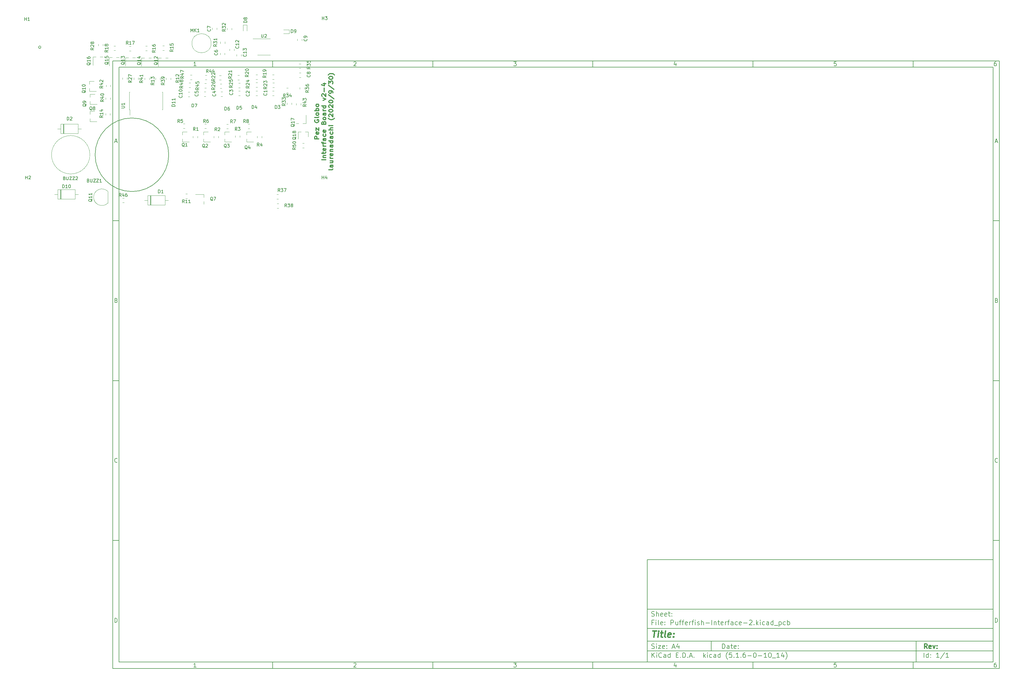
<source format=gbr>
G04 #@! TF.GenerationSoftware,KiCad,Pcbnew,(5.1.6-0-10_14)*
G04 #@! TF.CreationDate,2020-10-01T10:53:29-04:00*
G04 #@! TF.ProjectId,Pufferfish-Interface-2,50756666-6572-4666-9973-682d496e7465,rev?*
G04 #@! TF.SameCoordinates,Original*
G04 #@! TF.FileFunction,Legend,Top*
G04 #@! TF.FilePolarity,Positive*
%FSLAX46Y46*%
G04 Gerber Fmt 4.6, Leading zero omitted, Abs format (unit mm)*
G04 Created by KiCad (PCBNEW (5.1.6-0-10_14)) date 2020-10-01 10:53:29*
%MOMM*%
%LPD*%
G01*
G04 APERTURE LIST*
%ADD10C,0.100000*%
%ADD11C,0.150000*%
%ADD12C,0.300000*%
%ADD13C,0.400000*%
%ADD14C,0.120000*%
%ADD15C,0.152400*%
%ADD16C,0.203200*%
G04 APERTURE END LIST*
D10*
D11*
X177002200Y-166007200D02*
X177002200Y-198007200D01*
X285002200Y-198007200D01*
X285002200Y-166007200D01*
X177002200Y-166007200D01*
D10*
D11*
X10000000Y-10000000D02*
X10000000Y-200007200D01*
X287002200Y-200007200D01*
X287002200Y-10000000D01*
X10000000Y-10000000D01*
D10*
D11*
X12000000Y-12000000D02*
X12000000Y-198007200D01*
X285002200Y-198007200D01*
X285002200Y-12000000D01*
X12000000Y-12000000D01*
D10*
D11*
X60000000Y-12000000D02*
X60000000Y-10000000D01*
D10*
D11*
X110000000Y-12000000D02*
X110000000Y-10000000D01*
D10*
D11*
X160000000Y-12000000D02*
X160000000Y-10000000D01*
D10*
D11*
X210000000Y-12000000D02*
X210000000Y-10000000D01*
D10*
D11*
X260000000Y-12000000D02*
X260000000Y-10000000D01*
D10*
D11*
X36065476Y-11588095D02*
X35322619Y-11588095D01*
X35694047Y-11588095D02*
X35694047Y-10288095D01*
X35570238Y-10473809D01*
X35446428Y-10597619D01*
X35322619Y-10659523D01*
D10*
D11*
X85322619Y-10411904D02*
X85384523Y-10350000D01*
X85508333Y-10288095D01*
X85817857Y-10288095D01*
X85941666Y-10350000D01*
X86003571Y-10411904D01*
X86065476Y-10535714D01*
X86065476Y-10659523D01*
X86003571Y-10845238D01*
X85260714Y-11588095D01*
X86065476Y-11588095D01*
D10*
D11*
X135260714Y-10288095D02*
X136065476Y-10288095D01*
X135632142Y-10783333D01*
X135817857Y-10783333D01*
X135941666Y-10845238D01*
X136003571Y-10907142D01*
X136065476Y-11030952D01*
X136065476Y-11340476D01*
X136003571Y-11464285D01*
X135941666Y-11526190D01*
X135817857Y-11588095D01*
X135446428Y-11588095D01*
X135322619Y-11526190D01*
X135260714Y-11464285D01*
D10*
D11*
X185941666Y-10721428D02*
X185941666Y-11588095D01*
X185632142Y-10226190D02*
X185322619Y-11154761D01*
X186127380Y-11154761D01*
D10*
D11*
X236003571Y-10288095D02*
X235384523Y-10288095D01*
X235322619Y-10907142D01*
X235384523Y-10845238D01*
X235508333Y-10783333D01*
X235817857Y-10783333D01*
X235941666Y-10845238D01*
X236003571Y-10907142D01*
X236065476Y-11030952D01*
X236065476Y-11340476D01*
X236003571Y-11464285D01*
X235941666Y-11526190D01*
X235817857Y-11588095D01*
X235508333Y-11588095D01*
X235384523Y-11526190D01*
X235322619Y-11464285D01*
D10*
D11*
X285941666Y-10288095D02*
X285694047Y-10288095D01*
X285570238Y-10350000D01*
X285508333Y-10411904D01*
X285384523Y-10597619D01*
X285322619Y-10845238D01*
X285322619Y-11340476D01*
X285384523Y-11464285D01*
X285446428Y-11526190D01*
X285570238Y-11588095D01*
X285817857Y-11588095D01*
X285941666Y-11526190D01*
X286003571Y-11464285D01*
X286065476Y-11340476D01*
X286065476Y-11030952D01*
X286003571Y-10907142D01*
X285941666Y-10845238D01*
X285817857Y-10783333D01*
X285570238Y-10783333D01*
X285446428Y-10845238D01*
X285384523Y-10907142D01*
X285322619Y-11030952D01*
D10*
D11*
X60000000Y-198007200D02*
X60000000Y-200007200D01*
D10*
D11*
X110000000Y-198007200D02*
X110000000Y-200007200D01*
D10*
D11*
X160000000Y-198007200D02*
X160000000Y-200007200D01*
D10*
D11*
X210000000Y-198007200D02*
X210000000Y-200007200D01*
D10*
D11*
X260000000Y-198007200D02*
X260000000Y-200007200D01*
D10*
D11*
X36065476Y-199595295D02*
X35322619Y-199595295D01*
X35694047Y-199595295D02*
X35694047Y-198295295D01*
X35570238Y-198481009D01*
X35446428Y-198604819D01*
X35322619Y-198666723D01*
D10*
D11*
X85322619Y-198419104D02*
X85384523Y-198357200D01*
X85508333Y-198295295D01*
X85817857Y-198295295D01*
X85941666Y-198357200D01*
X86003571Y-198419104D01*
X86065476Y-198542914D01*
X86065476Y-198666723D01*
X86003571Y-198852438D01*
X85260714Y-199595295D01*
X86065476Y-199595295D01*
D10*
D11*
X135260714Y-198295295D02*
X136065476Y-198295295D01*
X135632142Y-198790533D01*
X135817857Y-198790533D01*
X135941666Y-198852438D01*
X136003571Y-198914342D01*
X136065476Y-199038152D01*
X136065476Y-199347676D01*
X136003571Y-199471485D01*
X135941666Y-199533390D01*
X135817857Y-199595295D01*
X135446428Y-199595295D01*
X135322619Y-199533390D01*
X135260714Y-199471485D01*
D10*
D11*
X185941666Y-198728628D02*
X185941666Y-199595295D01*
X185632142Y-198233390D02*
X185322619Y-199161961D01*
X186127380Y-199161961D01*
D10*
D11*
X236003571Y-198295295D02*
X235384523Y-198295295D01*
X235322619Y-198914342D01*
X235384523Y-198852438D01*
X235508333Y-198790533D01*
X235817857Y-198790533D01*
X235941666Y-198852438D01*
X236003571Y-198914342D01*
X236065476Y-199038152D01*
X236065476Y-199347676D01*
X236003571Y-199471485D01*
X235941666Y-199533390D01*
X235817857Y-199595295D01*
X235508333Y-199595295D01*
X235384523Y-199533390D01*
X235322619Y-199471485D01*
D10*
D11*
X285941666Y-198295295D02*
X285694047Y-198295295D01*
X285570238Y-198357200D01*
X285508333Y-198419104D01*
X285384523Y-198604819D01*
X285322619Y-198852438D01*
X285322619Y-199347676D01*
X285384523Y-199471485D01*
X285446428Y-199533390D01*
X285570238Y-199595295D01*
X285817857Y-199595295D01*
X285941666Y-199533390D01*
X286003571Y-199471485D01*
X286065476Y-199347676D01*
X286065476Y-199038152D01*
X286003571Y-198914342D01*
X285941666Y-198852438D01*
X285817857Y-198790533D01*
X285570238Y-198790533D01*
X285446428Y-198852438D01*
X285384523Y-198914342D01*
X285322619Y-199038152D01*
D10*
D11*
X10000000Y-60000000D02*
X12000000Y-60000000D01*
D10*
D11*
X10000000Y-110000000D02*
X12000000Y-110000000D01*
D10*
D11*
X10000000Y-160000000D02*
X12000000Y-160000000D01*
D10*
D11*
X10690476Y-35216666D02*
X11309523Y-35216666D01*
X10566666Y-35588095D02*
X11000000Y-34288095D01*
X11433333Y-35588095D01*
D10*
D11*
X11092857Y-84907142D02*
X11278571Y-84969047D01*
X11340476Y-85030952D01*
X11402380Y-85154761D01*
X11402380Y-85340476D01*
X11340476Y-85464285D01*
X11278571Y-85526190D01*
X11154761Y-85588095D01*
X10659523Y-85588095D01*
X10659523Y-84288095D01*
X11092857Y-84288095D01*
X11216666Y-84350000D01*
X11278571Y-84411904D01*
X11340476Y-84535714D01*
X11340476Y-84659523D01*
X11278571Y-84783333D01*
X11216666Y-84845238D01*
X11092857Y-84907142D01*
X10659523Y-84907142D01*
D10*
D11*
X11402380Y-135464285D02*
X11340476Y-135526190D01*
X11154761Y-135588095D01*
X11030952Y-135588095D01*
X10845238Y-135526190D01*
X10721428Y-135402380D01*
X10659523Y-135278571D01*
X10597619Y-135030952D01*
X10597619Y-134845238D01*
X10659523Y-134597619D01*
X10721428Y-134473809D01*
X10845238Y-134350000D01*
X11030952Y-134288095D01*
X11154761Y-134288095D01*
X11340476Y-134350000D01*
X11402380Y-134411904D01*
D10*
D11*
X10659523Y-185588095D02*
X10659523Y-184288095D01*
X10969047Y-184288095D01*
X11154761Y-184350000D01*
X11278571Y-184473809D01*
X11340476Y-184597619D01*
X11402380Y-184845238D01*
X11402380Y-185030952D01*
X11340476Y-185278571D01*
X11278571Y-185402380D01*
X11154761Y-185526190D01*
X10969047Y-185588095D01*
X10659523Y-185588095D01*
D10*
D11*
X287002200Y-60000000D02*
X285002200Y-60000000D01*
D10*
D11*
X287002200Y-110000000D02*
X285002200Y-110000000D01*
D10*
D11*
X287002200Y-160000000D02*
X285002200Y-160000000D01*
D10*
D11*
X285692676Y-35216666D02*
X286311723Y-35216666D01*
X285568866Y-35588095D02*
X286002200Y-34288095D01*
X286435533Y-35588095D01*
D10*
D11*
X286095057Y-84907142D02*
X286280771Y-84969047D01*
X286342676Y-85030952D01*
X286404580Y-85154761D01*
X286404580Y-85340476D01*
X286342676Y-85464285D01*
X286280771Y-85526190D01*
X286156961Y-85588095D01*
X285661723Y-85588095D01*
X285661723Y-84288095D01*
X286095057Y-84288095D01*
X286218866Y-84350000D01*
X286280771Y-84411904D01*
X286342676Y-84535714D01*
X286342676Y-84659523D01*
X286280771Y-84783333D01*
X286218866Y-84845238D01*
X286095057Y-84907142D01*
X285661723Y-84907142D01*
D10*
D11*
X286404580Y-135464285D02*
X286342676Y-135526190D01*
X286156961Y-135588095D01*
X286033152Y-135588095D01*
X285847438Y-135526190D01*
X285723628Y-135402380D01*
X285661723Y-135278571D01*
X285599819Y-135030952D01*
X285599819Y-134845238D01*
X285661723Y-134597619D01*
X285723628Y-134473809D01*
X285847438Y-134350000D01*
X286033152Y-134288095D01*
X286156961Y-134288095D01*
X286342676Y-134350000D01*
X286404580Y-134411904D01*
D10*
D11*
X285661723Y-185588095D02*
X285661723Y-184288095D01*
X285971247Y-184288095D01*
X286156961Y-184350000D01*
X286280771Y-184473809D01*
X286342676Y-184597619D01*
X286404580Y-184845238D01*
X286404580Y-185030952D01*
X286342676Y-185278571D01*
X286280771Y-185402380D01*
X286156961Y-185526190D01*
X285971247Y-185588095D01*
X285661723Y-185588095D01*
D10*
D11*
X200434342Y-193785771D02*
X200434342Y-192285771D01*
X200791485Y-192285771D01*
X201005771Y-192357200D01*
X201148628Y-192500057D01*
X201220057Y-192642914D01*
X201291485Y-192928628D01*
X201291485Y-193142914D01*
X201220057Y-193428628D01*
X201148628Y-193571485D01*
X201005771Y-193714342D01*
X200791485Y-193785771D01*
X200434342Y-193785771D01*
X202577200Y-193785771D02*
X202577200Y-193000057D01*
X202505771Y-192857200D01*
X202362914Y-192785771D01*
X202077200Y-192785771D01*
X201934342Y-192857200D01*
X202577200Y-193714342D02*
X202434342Y-193785771D01*
X202077200Y-193785771D01*
X201934342Y-193714342D01*
X201862914Y-193571485D01*
X201862914Y-193428628D01*
X201934342Y-193285771D01*
X202077200Y-193214342D01*
X202434342Y-193214342D01*
X202577200Y-193142914D01*
X203077200Y-192785771D02*
X203648628Y-192785771D01*
X203291485Y-192285771D02*
X203291485Y-193571485D01*
X203362914Y-193714342D01*
X203505771Y-193785771D01*
X203648628Y-193785771D01*
X204720057Y-193714342D02*
X204577200Y-193785771D01*
X204291485Y-193785771D01*
X204148628Y-193714342D01*
X204077200Y-193571485D01*
X204077200Y-193000057D01*
X204148628Y-192857200D01*
X204291485Y-192785771D01*
X204577200Y-192785771D01*
X204720057Y-192857200D01*
X204791485Y-193000057D01*
X204791485Y-193142914D01*
X204077200Y-193285771D01*
X205434342Y-193642914D02*
X205505771Y-193714342D01*
X205434342Y-193785771D01*
X205362914Y-193714342D01*
X205434342Y-193642914D01*
X205434342Y-193785771D01*
X205434342Y-192857200D02*
X205505771Y-192928628D01*
X205434342Y-193000057D01*
X205362914Y-192928628D01*
X205434342Y-192857200D01*
X205434342Y-193000057D01*
D10*
D11*
X177002200Y-194507200D02*
X285002200Y-194507200D01*
D10*
D11*
X178434342Y-196585771D02*
X178434342Y-195085771D01*
X179291485Y-196585771D02*
X178648628Y-195728628D01*
X179291485Y-195085771D02*
X178434342Y-195942914D01*
X179934342Y-196585771D02*
X179934342Y-195585771D01*
X179934342Y-195085771D02*
X179862914Y-195157200D01*
X179934342Y-195228628D01*
X180005771Y-195157200D01*
X179934342Y-195085771D01*
X179934342Y-195228628D01*
X181505771Y-196442914D02*
X181434342Y-196514342D01*
X181220057Y-196585771D01*
X181077200Y-196585771D01*
X180862914Y-196514342D01*
X180720057Y-196371485D01*
X180648628Y-196228628D01*
X180577200Y-195942914D01*
X180577200Y-195728628D01*
X180648628Y-195442914D01*
X180720057Y-195300057D01*
X180862914Y-195157200D01*
X181077200Y-195085771D01*
X181220057Y-195085771D01*
X181434342Y-195157200D01*
X181505771Y-195228628D01*
X182791485Y-196585771D02*
X182791485Y-195800057D01*
X182720057Y-195657200D01*
X182577200Y-195585771D01*
X182291485Y-195585771D01*
X182148628Y-195657200D01*
X182791485Y-196514342D02*
X182648628Y-196585771D01*
X182291485Y-196585771D01*
X182148628Y-196514342D01*
X182077200Y-196371485D01*
X182077200Y-196228628D01*
X182148628Y-196085771D01*
X182291485Y-196014342D01*
X182648628Y-196014342D01*
X182791485Y-195942914D01*
X184148628Y-196585771D02*
X184148628Y-195085771D01*
X184148628Y-196514342D02*
X184005771Y-196585771D01*
X183720057Y-196585771D01*
X183577200Y-196514342D01*
X183505771Y-196442914D01*
X183434342Y-196300057D01*
X183434342Y-195871485D01*
X183505771Y-195728628D01*
X183577200Y-195657200D01*
X183720057Y-195585771D01*
X184005771Y-195585771D01*
X184148628Y-195657200D01*
X186005771Y-195800057D02*
X186505771Y-195800057D01*
X186720057Y-196585771D02*
X186005771Y-196585771D01*
X186005771Y-195085771D01*
X186720057Y-195085771D01*
X187362914Y-196442914D02*
X187434342Y-196514342D01*
X187362914Y-196585771D01*
X187291485Y-196514342D01*
X187362914Y-196442914D01*
X187362914Y-196585771D01*
X188077200Y-196585771D02*
X188077200Y-195085771D01*
X188434342Y-195085771D01*
X188648628Y-195157200D01*
X188791485Y-195300057D01*
X188862914Y-195442914D01*
X188934342Y-195728628D01*
X188934342Y-195942914D01*
X188862914Y-196228628D01*
X188791485Y-196371485D01*
X188648628Y-196514342D01*
X188434342Y-196585771D01*
X188077200Y-196585771D01*
X189577200Y-196442914D02*
X189648628Y-196514342D01*
X189577200Y-196585771D01*
X189505771Y-196514342D01*
X189577200Y-196442914D01*
X189577200Y-196585771D01*
X190220057Y-196157200D02*
X190934342Y-196157200D01*
X190077200Y-196585771D02*
X190577200Y-195085771D01*
X191077200Y-196585771D01*
X191577200Y-196442914D02*
X191648628Y-196514342D01*
X191577200Y-196585771D01*
X191505771Y-196514342D01*
X191577200Y-196442914D01*
X191577200Y-196585771D01*
X194577200Y-196585771D02*
X194577200Y-195085771D01*
X194720057Y-196014342D02*
X195148628Y-196585771D01*
X195148628Y-195585771D02*
X194577200Y-196157200D01*
X195791485Y-196585771D02*
X195791485Y-195585771D01*
X195791485Y-195085771D02*
X195720057Y-195157200D01*
X195791485Y-195228628D01*
X195862914Y-195157200D01*
X195791485Y-195085771D01*
X195791485Y-195228628D01*
X197148628Y-196514342D02*
X197005771Y-196585771D01*
X196720057Y-196585771D01*
X196577200Y-196514342D01*
X196505771Y-196442914D01*
X196434342Y-196300057D01*
X196434342Y-195871485D01*
X196505771Y-195728628D01*
X196577200Y-195657200D01*
X196720057Y-195585771D01*
X197005771Y-195585771D01*
X197148628Y-195657200D01*
X198434342Y-196585771D02*
X198434342Y-195800057D01*
X198362914Y-195657200D01*
X198220057Y-195585771D01*
X197934342Y-195585771D01*
X197791485Y-195657200D01*
X198434342Y-196514342D02*
X198291485Y-196585771D01*
X197934342Y-196585771D01*
X197791485Y-196514342D01*
X197720057Y-196371485D01*
X197720057Y-196228628D01*
X197791485Y-196085771D01*
X197934342Y-196014342D01*
X198291485Y-196014342D01*
X198434342Y-195942914D01*
X199791485Y-196585771D02*
X199791485Y-195085771D01*
X199791485Y-196514342D02*
X199648628Y-196585771D01*
X199362914Y-196585771D01*
X199220057Y-196514342D01*
X199148628Y-196442914D01*
X199077200Y-196300057D01*
X199077200Y-195871485D01*
X199148628Y-195728628D01*
X199220057Y-195657200D01*
X199362914Y-195585771D01*
X199648628Y-195585771D01*
X199791485Y-195657200D01*
X202077200Y-197157200D02*
X202005771Y-197085771D01*
X201862914Y-196871485D01*
X201791485Y-196728628D01*
X201720057Y-196514342D01*
X201648628Y-196157200D01*
X201648628Y-195871485D01*
X201720057Y-195514342D01*
X201791485Y-195300057D01*
X201862914Y-195157200D01*
X202005771Y-194942914D01*
X202077200Y-194871485D01*
X203362914Y-195085771D02*
X202648628Y-195085771D01*
X202577200Y-195800057D01*
X202648628Y-195728628D01*
X202791485Y-195657200D01*
X203148628Y-195657200D01*
X203291485Y-195728628D01*
X203362914Y-195800057D01*
X203434342Y-195942914D01*
X203434342Y-196300057D01*
X203362914Y-196442914D01*
X203291485Y-196514342D01*
X203148628Y-196585771D01*
X202791485Y-196585771D01*
X202648628Y-196514342D01*
X202577200Y-196442914D01*
X204077200Y-196442914D02*
X204148628Y-196514342D01*
X204077200Y-196585771D01*
X204005771Y-196514342D01*
X204077200Y-196442914D01*
X204077200Y-196585771D01*
X205577200Y-196585771D02*
X204720057Y-196585771D01*
X205148628Y-196585771D02*
X205148628Y-195085771D01*
X205005771Y-195300057D01*
X204862914Y-195442914D01*
X204720057Y-195514342D01*
X206220057Y-196442914D02*
X206291485Y-196514342D01*
X206220057Y-196585771D01*
X206148628Y-196514342D01*
X206220057Y-196442914D01*
X206220057Y-196585771D01*
X207577200Y-195085771D02*
X207291485Y-195085771D01*
X207148628Y-195157200D01*
X207077200Y-195228628D01*
X206934342Y-195442914D01*
X206862914Y-195728628D01*
X206862914Y-196300057D01*
X206934342Y-196442914D01*
X207005771Y-196514342D01*
X207148628Y-196585771D01*
X207434342Y-196585771D01*
X207577200Y-196514342D01*
X207648628Y-196442914D01*
X207720057Y-196300057D01*
X207720057Y-195942914D01*
X207648628Y-195800057D01*
X207577200Y-195728628D01*
X207434342Y-195657200D01*
X207148628Y-195657200D01*
X207005771Y-195728628D01*
X206934342Y-195800057D01*
X206862914Y-195942914D01*
X208362914Y-196014342D02*
X209505771Y-196014342D01*
X210505771Y-195085771D02*
X210648628Y-195085771D01*
X210791485Y-195157200D01*
X210862914Y-195228628D01*
X210934342Y-195371485D01*
X211005771Y-195657200D01*
X211005771Y-196014342D01*
X210934342Y-196300057D01*
X210862914Y-196442914D01*
X210791485Y-196514342D01*
X210648628Y-196585771D01*
X210505771Y-196585771D01*
X210362914Y-196514342D01*
X210291485Y-196442914D01*
X210220057Y-196300057D01*
X210148628Y-196014342D01*
X210148628Y-195657200D01*
X210220057Y-195371485D01*
X210291485Y-195228628D01*
X210362914Y-195157200D01*
X210505771Y-195085771D01*
X211648628Y-196014342D02*
X212791485Y-196014342D01*
X214291485Y-196585771D02*
X213434342Y-196585771D01*
X213862914Y-196585771D02*
X213862914Y-195085771D01*
X213720057Y-195300057D01*
X213577200Y-195442914D01*
X213434342Y-195514342D01*
X215220057Y-195085771D02*
X215362914Y-195085771D01*
X215505771Y-195157200D01*
X215577200Y-195228628D01*
X215648628Y-195371485D01*
X215720057Y-195657200D01*
X215720057Y-196014342D01*
X215648628Y-196300057D01*
X215577200Y-196442914D01*
X215505771Y-196514342D01*
X215362914Y-196585771D01*
X215220057Y-196585771D01*
X215077200Y-196514342D01*
X215005771Y-196442914D01*
X214934342Y-196300057D01*
X214862914Y-196014342D01*
X214862914Y-195657200D01*
X214934342Y-195371485D01*
X215005771Y-195228628D01*
X215077200Y-195157200D01*
X215220057Y-195085771D01*
X216005771Y-196728628D02*
X217148628Y-196728628D01*
X218291485Y-196585771D02*
X217434342Y-196585771D01*
X217862914Y-196585771D02*
X217862914Y-195085771D01*
X217720057Y-195300057D01*
X217577200Y-195442914D01*
X217434342Y-195514342D01*
X219577200Y-195585771D02*
X219577200Y-196585771D01*
X219220057Y-195014342D02*
X218862914Y-196085771D01*
X219791485Y-196085771D01*
X220220057Y-197157200D02*
X220291485Y-197085771D01*
X220434342Y-196871485D01*
X220505771Y-196728628D01*
X220577200Y-196514342D01*
X220648628Y-196157200D01*
X220648628Y-195871485D01*
X220577200Y-195514342D01*
X220505771Y-195300057D01*
X220434342Y-195157200D01*
X220291485Y-194942914D01*
X220220057Y-194871485D01*
D10*
D11*
X177002200Y-191507200D02*
X285002200Y-191507200D01*
D10*
D12*
X264411485Y-193785771D02*
X263911485Y-193071485D01*
X263554342Y-193785771D02*
X263554342Y-192285771D01*
X264125771Y-192285771D01*
X264268628Y-192357200D01*
X264340057Y-192428628D01*
X264411485Y-192571485D01*
X264411485Y-192785771D01*
X264340057Y-192928628D01*
X264268628Y-193000057D01*
X264125771Y-193071485D01*
X263554342Y-193071485D01*
X265625771Y-193714342D02*
X265482914Y-193785771D01*
X265197200Y-193785771D01*
X265054342Y-193714342D01*
X264982914Y-193571485D01*
X264982914Y-193000057D01*
X265054342Y-192857200D01*
X265197200Y-192785771D01*
X265482914Y-192785771D01*
X265625771Y-192857200D01*
X265697200Y-193000057D01*
X265697200Y-193142914D01*
X264982914Y-193285771D01*
X266197200Y-192785771D02*
X266554342Y-193785771D01*
X266911485Y-192785771D01*
X267482914Y-193642914D02*
X267554342Y-193714342D01*
X267482914Y-193785771D01*
X267411485Y-193714342D01*
X267482914Y-193642914D01*
X267482914Y-193785771D01*
X267482914Y-192857200D02*
X267554342Y-192928628D01*
X267482914Y-193000057D01*
X267411485Y-192928628D01*
X267482914Y-192857200D01*
X267482914Y-193000057D01*
D10*
D11*
X178362914Y-193714342D02*
X178577200Y-193785771D01*
X178934342Y-193785771D01*
X179077200Y-193714342D01*
X179148628Y-193642914D01*
X179220057Y-193500057D01*
X179220057Y-193357200D01*
X179148628Y-193214342D01*
X179077200Y-193142914D01*
X178934342Y-193071485D01*
X178648628Y-193000057D01*
X178505771Y-192928628D01*
X178434342Y-192857200D01*
X178362914Y-192714342D01*
X178362914Y-192571485D01*
X178434342Y-192428628D01*
X178505771Y-192357200D01*
X178648628Y-192285771D01*
X179005771Y-192285771D01*
X179220057Y-192357200D01*
X179862914Y-193785771D02*
X179862914Y-192785771D01*
X179862914Y-192285771D02*
X179791485Y-192357200D01*
X179862914Y-192428628D01*
X179934342Y-192357200D01*
X179862914Y-192285771D01*
X179862914Y-192428628D01*
X180434342Y-192785771D02*
X181220057Y-192785771D01*
X180434342Y-193785771D01*
X181220057Y-193785771D01*
X182362914Y-193714342D02*
X182220057Y-193785771D01*
X181934342Y-193785771D01*
X181791485Y-193714342D01*
X181720057Y-193571485D01*
X181720057Y-193000057D01*
X181791485Y-192857200D01*
X181934342Y-192785771D01*
X182220057Y-192785771D01*
X182362914Y-192857200D01*
X182434342Y-193000057D01*
X182434342Y-193142914D01*
X181720057Y-193285771D01*
X183077200Y-193642914D02*
X183148628Y-193714342D01*
X183077200Y-193785771D01*
X183005771Y-193714342D01*
X183077200Y-193642914D01*
X183077200Y-193785771D01*
X183077200Y-192857200D02*
X183148628Y-192928628D01*
X183077200Y-193000057D01*
X183005771Y-192928628D01*
X183077200Y-192857200D01*
X183077200Y-193000057D01*
X184862914Y-193357200D02*
X185577200Y-193357200D01*
X184720057Y-193785771D02*
X185220057Y-192285771D01*
X185720057Y-193785771D01*
X186862914Y-192785771D02*
X186862914Y-193785771D01*
X186505771Y-192214342D02*
X186148628Y-193285771D01*
X187077200Y-193285771D01*
D10*
D11*
X263434342Y-196585771D02*
X263434342Y-195085771D01*
X264791485Y-196585771D02*
X264791485Y-195085771D01*
X264791485Y-196514342D02*
X264648628Y-196585771D01*
X264362914Y-196585771D01*
X264220057Y-196514342D01*
X264148628Y-196442914D01*
X264077200Y-196300057D01*
X264077200Y-195871485D01*
X264148628Y-195728628D01*
X264220057Y-195657200D01*
X264362914Y-195585771D01*
X264648628Y-195585771D01*
X264791485Y-195657200D01*
X265505771Y-196442914D02*
X265577200Y-196514342D01*
X265505771Y-196585771D01*
X265434342Y-196514342D01*
X265505771Y-196442914D01*
X265505771Y-196585771D01*
X265505771Y-195657200D02*
X265577200Y-195728628D01*
X265505771Y-195800057D01*
X265434342Y-195728628D01*
X265505771Y-195657200D01*
X265505771Y-195800057D01*
X268148628Y-196585771D02*
X267291485Y-196585771D01*
X267720057Y-196585771D02*
X267720057Y-195085771D01*
X267577200Y-195300057D01*
X267434342Y-195442914D01*
X267291485Y-195514342D01*
X269862914Y-195014342D02*
X268577200Y-196942914D01*
X271148628Y-196585771D02*
X270291485Y-196585771D01*
X270720057Y-196585771D02*
X270720057Y-195085771D01*
X270577200Y-195300057D01*
X270434342Y-195442914D01*
X270291485Y-195514342D01*
D10*
D11*
X177002200Y-187507200D02*
X285002200Y-187507200D01*
D10*
D13*
X178714580Y-188211961D02*
X179857438Y-188211961D01*
X179036009Y-190211961D02*
X179286009Y-188211961D01*
X180274104Y-190211961D02*
X180440771Y-188878628D01*
X180524104Y-188211961D02*
X180416961Y-188307200D01*
X180500295Y-188402438D01*
X180607438Y-188307200D01*
X180524104Y-188211961D01*
X180500295Y-188402438D01*
X181107438Y-188878628D02*
X181869342Y-188878628D01*
X181476485Y-188211961D02*
X181262200Y-189926247D01*
X181333628Y-190116723D01*
X181512200Y-190211961D01*
X181702676Y-190211961D01*
X182655057Y-190211961D02*
X182476485Y-190116723D01*
X182405057Y-189926247D01*
X182619342Y-188211961D01*
X184190771Y-190116723D02*
X183988390Y-190211961D01*
X183607438Y-190211961D01*
X183428866Y-190116723D01*
X183357438Y-189926247D01*
X183452676Y-189164342D01*
X183571723Y-188973866D01*
X183774104Y-188878628D01*
X184155057Y-188878628D01*
X184333628Y-188973866D01*
X184405057Y-189164342D01*
X184381247Y-189354819D01*
X183405057Y-189545295D01*
X185155057Y-190021485D02*
X185238390Y-190116723D01*
X185131247Y-190211961D01*
X185047914Y-190116723D01*
X185155057Y-190021485D01*
X185131247Y-190211961D01*
X185286009Y-188973866D02*
X185369342Y-189069104D01*
X185262200Y-189164342D01*
X185178866Y-189069104D01*
X185286009Y-188973866D01*
X185262200Y-189164342D01*
D10*
D11*
X178934342Y-185600057D02*
X178434342Y-185600057D01*
X178434342Y-186385771D02*
X178434342Y-184885771D01*
X179148628Y-184885771D01*
X179720057Y-186385771D02*
X179720057Y-185385771D01*
X179720057Y-184885771D02*
X179648628Y-184957200D01*
X179720057Y-185028628D01*
X179791485Y-184957200D01*
X179720057Y-184885771D01*
X179720057Y-185028628D01*
X180648628Y-186385771D02*
X180505771Y-186314342D01*
X180434342Y-186171485D01*
X180434342Y-184885771D01*
X181791485Y-186314342D02*
X181648628Y-186385771D01*
X181362914Y-186385771D01*
X181220057Y-186314342D01*
X181148628Y-186171485D01*
X181148628Y-185600057D01*
X181220057Y-185457200D01*
X181362914Y-185385771D01*
X181648628Y-185385771D01*
X181791485Y-185457200D01*
X181862914Y-185600057D01*
X181862914Y-185742914D01*
X181148628Y-185885771D01*
X182505771Y-186242914D02*
X182577200Y-186314342D01*
X182505771Y-186385771D01*
X182434342Y-186314342D01*
X182505771Y-186242914D01*
X182505771Y-186385771D01*
X182505771Y-185457200D02*
X182577200Y-185528628D01*
X182505771Y-185600057D01*
X182434342Y-185528628D01*
X182505771Y-185457200D01*
X182505771Y-185600057D01*
X184362914Y-186385771D02*
X184362914Y-184885771D01*
X184934342Y-184885771D01*
X185077200Y-184957200D01*
X185148628Y-185028628D01*
X185220057Y-185171485D01*
X185220057Y-185385771D01*
X185148628Y-185528628D01*
X185077200Y-185600057D01*
X184934342Y-185671485D01*
X184362914Y-185671485D01*
X186505771Y-185385771D02*
X186505771Y-186385771D01*
X185862914Y-185385771D02*
X185862914Y-186171485D01*
X185934342Y-186314342D01*
X186077200Y-186385771D01*
X186291485Y-186385771D01*
X186434342Y-186314342D01*
X186505771Y-186242914D01*
X187005771Y-185385771D02*
X187577200Y-185385771D01*
X187220057Y-186385771D02*
X187220057Y-185100057D01*
X187291485Y-184957200D01*
X187434342Y-184885771D01*
X187577200Y-184885771D01*
X187862914Y-185385771D02*
X188434342Y-185385771D01*
X188077200Y-186385771D02*
X188077200Y-185100057D01*
X188148628Y-184957200D01*
X188291485Y-184885771D01*
X188434342Y-184885771D01*
X189505771Y-186314342D02*
X189362914Y-186385771D01*
X189077200Y-186385771D01*
X188934342Y-186314342D01*
X188862914Y-186171485D01*
X188862914Y-185600057D01*
X188934342Y-185457200D01*
X189077200Y-185385771D01*
X189362914Y-185385771D01*
X189505771Y-185457200D01*
X189577200Y-185600057D01*
X189577200Y-185742914D01*
X188862914Y-185885771D01*
X190220057Y-186385771D02*
X190220057Y-185385771D01*
X190220057Y-185671485D02*
X190291485Y-185528628D01*
X190362914Y-185457200D01*
X190505771Y-185385771D01*
X190648628Y-185385771D01*
X190934342Y-185385771D02*
X191505771Y-185385771D01*
X191148628Y-186385771D02*
X191148628Y-185100057D01*
X191220057Y-184957200D01*
X191362914Y-184885771D01*
X191505771Y-184885771D01*
X192005771Y-186385771D02*
X192005771Y-185385771D01*
X192005771Y-184885771D02*
X191934342Y-184957200D01*
X192005771Y-185028628D01*
X192077200Y-184957200D01*
X192005771Y-184885771D01*
X192005771Y-185028628D01*
X192648628Y-186314342D02*
X192791485Y-186385771D01*
X193077200Y-186385771D01*
X193220057Y-186314342D01*
X193291485Y-186171485D01*
X193291485Y-186100057D01*
X193220057Y-185957200D01*
X193077200Y-185885771D01*
X192862914Y-185885771D01*
X192720057Y-185814342D01*
X192648628Y-185671485D01*
X192648628Y-185600057D01*
X192720057Y-185457200D01*
X192862914Y-185385771D01*
X193077200Y-185385771D01*
X193220057Y-185457200D01*
X193934342Y-186385771D02*
X193934342Y-184885771D01*
X194577200Y-186385771D02*
X194577200Y-185600057D01*
X194505771Y-185457200D01*
X194362914Y-185385771D01*
X194148628Y-185385771D01*
X194005771Y-185457200D01*
X193934342Y-185528628D01*
X195291485Y-185814342D02*
X196434342Y-185814342D01*
X197148628Y-186385771D02*
X197148628Y-184885771D01*
X197862914Y-185385771D02*
X197862914Y-186385771D01*
X197862914Y-185528628D02*
X197934342Y-185457200D01*
X198077200Y-185385771D01*
X198291485Y-185385771D01*
X198434342Y-185457200D01*
X198505771Y-185600057D01*
X198505771Y-186385771D01*
X199005771Y-185385771D02*
X199577200Y-185385771D01*
X199220057Y-184885771D02*
X199220057Y-186171485D01*
X199291485Y-186314342D01*
X199434342Y-186385771D01*
X199577200Y-186385771D01*
X200648628Y-186314342D02*
X200505771Y-186385771D01*
X200220057Y-186385771D01*
X200077200Y-186314342D01*
X200005771Y-186171485D01*
X200005771Y-185600057D01*
X200077200Y-185457200D01*
X200220057Y-185385771D01*
X200505771Y-185385771D01*
X200648628Y-185457200D01*
X200720057Y-185600057D01*
X200720057Y-185742914D01*
X200005771Y-185885771D01*
X201362914Y-186385771D02*
X201362914Y-185385771D01*
X201362914Y-185671485D02*
X201434342Y-185528628D01*
X201505771Y-185457200D01*
X201648628Y-185385771D01*
X201791485Y-185385771D01*
X202077200Y-185385771D02*
X202648628Y-185385771D01*
X202291485Y-186385771D02*
X202291485Y-185100057D01*
X202362914Y-184957200D01*
X202505771Y-184885771D01*
X202648628Y-184885771D01*
X203791485Y-186385771D02*
X203791485Y-185600057D01*
X203720057Y-185457200D01*
X203577200Y-185385771D01*
X203291485Y-185385771D01*
X203148628Y-185457200D01*
X203791485Y-186314342D02*
X203648628Y-186385771D01*
X203291485Y-186385771D01*
X203148628Y-186314342D01*
X203077200Y-186171485D01*
X203077200Y-186028628D01*
X203148628Y-185885771D01*
X203291485Y-185814342D01*
X203648628Y-185814342D01*
X203791485Y-185742914D01*
X205148628Y-186314342D02*
X205005771Y-186385771D01*
X204720057Y-186385771D01*
X204577200Y-186314342D01*
X204505771Y-186242914D01*
X204434342Y-186100057D01*
X204434342Y-185671485D01*
X204505771Y-185528628D01*
X204577200Y-185457200D01*
X204720057Y-185385771D01*
X205005771Y-185385771D01*
X205148628Y-185457200D01*
X206362914Y-186314342D02*
X206220057Y-186385771D01*
X205934342Y-186385771D01*
X205791485Y-186314342D01*
X205720057Y-186171485D01*
X205720057Y-185600057D01*
X205791485Y-185457200D01*
X205934342Y-185385771D01*
X206220057Y-185385771D01*
X206362914Y-185457200D01*
X206434342Y-185600057D01*
X206434342Y-185742914D01*
X205720057Y-185885771D01*
X207077200Y-185814342D02*
X208220057Y-185814342D01*
X208862914Y-185028628D02*
X208934342Y-184957200D01*
X209077200Y-184885771D01*
X209434342Y-184885771D01*
X209577200Y-184957200D01*
X209648628Y-185028628D01*
X209720057Y-185171485D01*
X209720057Y-185314342D01*
X209648628Y-185528628D01*
X208791485Y-186385771D01*
X209720057Y-186385771D01*
X210362914Y-186242914D02*
X210434342Y-186314342D01*
X210362914Y-186385771D01*
X210291485Y-186314342D01*
X210362914Y-186242914D01*
X210362914Y-186385771D01*
X211077200Y-186385771D02*
X211077200Y-184885771D01*
X211220057Y-185814342D02*
X211648628Y-186385771D01*
X211648628Y-185385771D02*
X211077200Y-185957200D01*
X212291485Y-186385771D02*
X212291485Y-185385771D01*
X212291485Y-184885771D02*
X212220057Y-184957200D01*
X212291485Y-185028628D01*
X212362914Y-184957200D01*
X212291485Y-184885771D01*
X212291485Y-185028628D01*
X213648628Y-186314342D02*
X213505771Y-186385771D01*
X213220057Y-186385771D01*
X213077200Y-186314342D01*
X213005771Y-186242914D01*
X212934342Y-186100057D01*
X212934342Y-185671485D01*
X213005771Y-185528628D01*
X213077200Y-185457200D01*
X213220057Y-185385771D01*
X213505771Y-185385771D01*
X213648628Y-185457200D01*
X214934342Y-186385771D02*
X214934342Y-185600057D01*
X214862914Y-185457200D01*
X214720057Y-185385771D01*
X214434342Y-185385771D01*
X214291485Y-185457200D01*
X214934342Y-186314342D02*
X214791485Y-186385771D01*
X214434342Y-186385771D01*
X214291485Y-186314342D01*
X214220057Y-186171485D01*
X214220057Y-186028628D01*
X214291485Y-185885771D01*
X214434342Y-185814342D01*
X214791485Y-185814342D01*
X214934342Y-185742914D01*
X216291485Y-186385771D02*
X216291485Y-184885771D01*
X216291485Y-186314342D02*
X216148628Y-186385771D01*
X215862914Y-186385771D01*
X215720057Y-186314342D01*
X215648628Y-186242914D01*
X215577200Y-186100057D01*
X215577200Y-185671485D01*
X215648628Y-185528628D01*
X215720057Y-185457200D01*
X215862914Y-185385771D01*
X216148628Y-185385771D01*
X216291485Y-185457200D01*
X216648628Y-186528628D02*
X217791485Y-186528628D01*
X218148628Y-185385771D02*
X218148628Y-186885771D01*
X218148628Y-185457200D02*
X218291485Y-185385771D01*
X218577200Y-185385771D01*
X218720057Y-185457200D01*
X218791485Y-185528628D01*
X218862914Y-185671485D01*
X218862914Y-186100057D01*
X218791485Y-186242914D01*
X218720057Y-186314342D01*
X218577200Y-186385771D01*
X218291485Y-186385771D01*
X218148628Y-186314342D01*
X220148628Y-186314342D02*
X220005771Y-186385771D01*
X219720057Y-186385771D01*
X219577200Y-186314342D01*
X219505771Y-186242914D01*
X219434342Y-186100057D01*
X219434342Y-185671485D01*
X219505771Y-185528628D01*
X219577200Y-185457200D01*
X219720057Y-185385771D01*
X220005771Y-185385771D01*
X220148628Y-185457200D01*
X220791485Y-186385771D02*
X220791485Y-184885771D01*
X220791485Y-185457200D02*
X220934342Y-185385771D01*
X221220057Y-185385771D01*
X221362914Y-185457200D01*
X221434342Y-185528628D01*
X221505771Y-185671485D01*
X221505771Y-186100057D01*
X221434342Y-186242914D01*
X221362914Y-186314342D01*
X221220057Y-186385771D01*
X220934342Y-186385771D01*
X220791485Y-186314342D01*
D10*
D11*
X177002200Y-181507200D02*
X285002200Y-181507200D01*
D10*
D11*
X178362914Y-183614342D02*
X178577200Y-183685771D01*
X178934342Y-183685771D01*
X179077200Y-183614342D01*
X179148628Y-183542914D01*
X179220057Y-183400057D01*
X179220057Y-183257200D01*
X179148628Y-183114342D01*
X179077200Y-183042914D01*
X178934342Y-182971485D01*
X178648628Y-182900057D01*
X178505771Y-182828628D01*
X178434342Y-182757200D01*
X178362914Y-182614342D01*
X178362914Y-182471485D01*
X178434342Y-182328628D01*
X178505771Y-182257200D01*
X178648628Y-182185771D01*
X179005771Y-182185771D01*
X179220057Y-182257200D01*
X179862914Y-183685771D02*
X179862914Y-182185771D01*
X180505771Y-183685771D02*
X180505771Y-182900057D01*
X180434342Y-182757200D01*
X180291485Y-182685771D01*
X180077200Y-182685771D01*
X179934342Y-182757200D01*
X179862914Y-182828628D01*
X181791485Y-183614342D02*
X181648628Y-183685771D01*
X181362914Y-183685771D01*
X181220057Y-183614342D01*
X181148628Y-183471485D01*
X181148628Y-182900057D01*
X181220057Y-182757200D01*
X181362914Y-182685771D01*
X181648628Y-182685771D01*
X181791485Y-182757200D01*
X181862914Y-182900057D01*
X181862914Y-183042914D01*
X181148628Y-183185771D01*
X183077200Y-183614342D02*
X182934342Y-183685771D01*
X182648628Y-183685771D01*
X182505771Y-183614342D01*
X182434342Y-183471485D01*
X182434342Y-182900057D01*
X182505771Y-182757200D01*
X182648628Y-182685771D01*
X182934342Y-182685771D01*
X183077200Y-182757200D01*
X183148628Y-182900057D01*
X183148628Y-183042914D01*
X182434342Y-183185771D01*
X183577200Y-182685771D02*
X184148628Y-182685771D01*
X183791485Y-182185771D02*
X183791485Y-183471485D01*
X183862914Y-183614342D01*
X184005771Y-183685771D01*
X184148628Y-183685771D01*
X184648628Y-183542914D02*
X184720057Y-183614342D01*
X184648628Y-183685771D01*
X184577200Y-183614342D01*
X184648628Y-183542914D01*
X184648628Y-183685771D01*
X184648628Y-182757200D02*
X184720057Y-182828628D01*
X184648628Y-182900057D01*
X184577200Y-182828628D01*
X184648628Y-182757200D01*
X184648628Y-182900057D01*
D10*
D11*
X197002200Y-191507200D02*
X197002200Y-194507200D01*
D10*
D11*
X261002200Y-191507200D02*
X261002200Y-198007200D01*
D12*
X74369523Y-34392857D02*
X73099523Y-34392857D01*
X73099523Y-33821428D01*
X73160000Y-33678571D01*
X73220476Y-33607142D01*
X73341428Y-33535714D01*
X73522857Y-33535714D01*
X73643809Y-33607142D01*
X73704285Y-33678571D01*
X73764761Y-33821428D01*
X73764761Y-34392857D01*
X74309047Y-32321428D02*
X74369523Y-32464285D01*
X74369523Y-32750000D01*
X74309047Y-32892857D01*
X74188095Y-32964285D01*
X73704285Y-32964285D01*
X73583333Y-32892857D01*
X73522857Y-32750000D01*
X73522857Y-32464285D01*
X73583333Y-32321428D01*
X73704285Y-32250000D01*
X73825238Y-32250000D01*
X73946190Y-32964285D01*
X73522857Y-31750000D02*
X73522857Y-30964285D01*
X74369523Y-31750000D01*
X74369523Y-30964285D01*
X73160000Y-28464285D02*
X73099523Y-28607142D01*
X73099523Y-28821428D01*
X73160000Y-29035714D01*
X73280952Y-29178571D01*
X73401904Y-29250000D01*
X73643809Y-29321428D01*
X73825238Y-29321428D01*
X74067142Y-29250000D01*
X74188095Y-29178571D01*
X74309047Y-29035714D01*
X74369523Y-28821428D01*
X74369523Y-28678571D01*
X74309047Y-28464285D01*
X74248571Y-28392857D01*
X73825238Y-28392857D01*
X73825238Y-28678571D01*
X74369523Y-27535714D02*
X74309047Y-27678571D01*
X74188095Y-27750000D01*
X73099523Y-27750000D01*
X74369523Y-26750000D02*
X74309047Y-26892857D01*
X74248571Y-26964285D01*
X74127619Y-27035714D01*
X73764761Y-27035714D01*
X73643809Y-26964285D01*
X73583333Y-26892857D01*
X73522857Y-26750000D01*
X73522857Y-26535714D01*
X73583333Y-26392857D01*
X73643809Y-26321428D01*
X73764761Y-26250000D01*
X74127619Y-26250000D01*
X74248571Y-26321428D01*
X74309047Y-26392857D01*
X74369523Y-26535714D01*
X74369523Y-26750000D01*
X74369523Y-25607142D02*
X73099523Y-25607142D01*
X73583333Y-25607142D02*
X73522857Y-25464285D01*
X73522857Y-25178571D01*
X73583333Y-25035714D01*
X73643809Y-24964285D01*
X73764761Y-24892857D01*
X74127619Y-24892857D01*
X74248571Y-24964285D01*
X74309047Y-25035714D01*
X74369523Y-25178571D01*
X74369523Y-25464285D01*
X74309047Y-25607142D01*
X74369523Y-24035714D02*
X74309047Y-24178571D01*
X74248571Y-24250000D01*
X74127619Y-24321428D01*
X73764761Y-24321428D01*
X73643809Y-24250000D01*
X73583333Y-24178571D01*
X73522857Y-24035714D01*
X73522857Y-23821428D01*
X73583333Y-23678571D01*
X73643809Y-23607142D01*
X73764761Y-23535714D01*
X74127619Y-23535714D01*
X74248571Y-23607142D01*
X74309047Y-23678571D01*
X74369523Y-23821428D01*
X74369523Y-24035714D01*
X76574523Y-40928571D02*
X75304523Y-40928571D01*
X75727857Y-40214285D02*
X76574523Y-40214285D01*
X75848809Y-40214285D02*
X75788333Y-40142857D01*
X75727857Y-40000000D01*
X75727857Y-39785714D01*
X75788333Y-39642857D01*
X75909285Y-39571428D01*
X76574523Y-39571428D01*
X75727857Y-39071428D02*
X75727857Y-38500000D01*
X75304523Y-38857142D02*
X76393095Y-38857142D01*
X76514047Y-38785714D01*
X76574523Y-38642857D01*
X76574523Y-38500000D01*
X76514047Y-37428571D02*
X76574523Y-37571428D01*
X76574523Y-37857142D01*
X76514047Y-38000000D01*
X76393095Y-38071428D01*
X75909285Y-38071428D01*
X75788333Y-38000000D01*
X75727857Y-37857142D01*
X75727857Y-37571428D01*
X75788333Y-37428571D01*
X75909285Y-37357142D01*
X76030238Y-37357142D01*
X76151190Y-38071428D01*
X76574523Y-36714285D02*
X75727857Y-36714285D01*
X75969761Y-36714285D02*
X75848809Y-36642857D01*
X75788333Y-36571428D01*
X75727857Y-36428571D01*
X75727857Y-36285714D01*
X75727857Y-36000000D02*
X75727857Y-35428571D01*
X76574523Y-35785714D02*
X75485952Y-35785714D01*
X75365000Y-35714285D01*
X75304523Y-35571428D01*
X75304523Y-35428571D01*
X76574523Y-34285714D02*
X75909285Y-34285714D01*
X75788333Y-34357142D01*
X75727857Y-34500000D01*
X75727857Y-34785714D01*
X75788333Y-34928571D01*
X76514047Y-34285714D02*
X76574523Y-34428571D01*
X76574523Y-34785714D01*
X76514047Y-34928571D01*
X76393095Y-35000000D01*
X76272142Y-35000000D01*
X76151190Y-34928571D01*
X76090714Y-34785714D01*
X76090714Y-34428571D01*
X76030238Y-34285714D01*
X76514047Y-32928571D02*
X76574523Y-33071428D01*
X76574523Y-33357142D01*
X76514047Y-33500000D01*
X76453571Y-33571428D01*
X76332619Y-33642857D01*
X75969761Y-33642857D01*
X75848809Y-33571428D01*
X75788333Y-33500000D01*
X75727857Y-33357142D01*
X75727857Y-33071428D01*
X75788333Y-32928571D01*
X76514047Y-31714285D02*
X76574523Y-31857142D01*
X76574523Y-32142857D01*
X76514047Y-32285714D01*
X76393095Y-32357142D01*
X75909285Y-32357142D01*
X75788333Y-32285714D01*
X75727857Y-32142857D01*
X75727857Y-31857142D01*
X75788333Y-31714285D01*
X75909285Y-31642857D01*
X76030238Y-31642857D01*
X76151190Y-32357142D01*
X75909285Y-29357142D02*
X75969761Y-29142857D01*
X76030238Y-29071428D01*
X76151190Y-29000000D01*
X76332619Y-29000000D01*
X76453571Y-29071428D01*
X76514047Y-29142857D01*
X76574523Y-29285714D01*
X76574523Y-29857142D01*
X75304523Y-29857142D01*
X75304523Y-29357142D01*
X75365000Y-29214285D01*
X75425476Y-29142857D01*
X75546428Y-29071428D01*
X75667380Y-29071428D01*
X75788333Y-29142857D01*
X75848809Y-29214285D01*
X75909285Y-29357142D01*
X75909285Y-29857142D01*
X76574523Y-28142857D02*
X76514047Y-28285714D01*
X76453571Y-28357142D01*
X76332619Y-28428571D01*
X75969761Y-28428571D01*
X75848809Y-28357142D01*
X75788333Y-28285714D01*
X75727857Y-28142857D01*
X75727857Y-27928571D01*
X75788333Y-27785714D01*
X75848809Y-27714285D01*
X75969761Y-27642857D01*
X76332619Y-27642857D01*
X76453571Y-27714285D01*
X76514047Y-27785714D01*
X76574523Y-27928571D01*
X76574523Y-28142857D01*
X76574523Y-26357142D02*
X75909285Y-26357142D01*
X75788333Y-26428571D01*
X75727857Y-26571428D01*
X75727857Y-26857142D01*
X75788333Y-27000000D01*
X76514047Y-26357142D02*
X76574523Y-26500000D01*
X76574523Y-26857142D01*
X76514047Y-27000000D01*
X76393095Y-27071428D01*
X76272142Y-27071428D01*
X76151190Y-27000000D01*
X76090714Y-26857142D01*
X76090714Y-26500000D01*
X76030238Y-26357142D01*
X76574523Y-25642857D02*
X75727857Y-25642857D01*
X75969761Y-25642857D02*
X75848809Y-25571428D01*
X75788333Y-25500000D01*
X75727857Y-25357142D01*
X75727857Y-25214285D01*
X76574523Y-24071428D02*
X75304523Y-24071428D01*
X76514047Y-24071428D02*
X76574523Y-24214285D01*
X76574523Y-24500000D01*
X76514047Y-24642857D01*
X76453571Y-24714285D01*
X76332619Y-24785714D01*
X75969761Y-24785714D01*
X75848809Y-24714285D01*
X75788333Y-24642857D01*
X75727857Y-24500000D01*
X75727857Y-24214285D01*
X75788333Y-24071428D01*
X75727857Y-22357142D02*
X76574523Y-22000000D01*
X75727857Y-21642857D01*
X75425476Y-21142857D02*
X75365000Y-21071428D01*
X75304523Y-20928571D01*
X75304523Y-20571428D01*
X75365000Y-20428571D01*
X75425476Y-20357142D01*
X75546428Y-20285714D01*
X75667380Y-20285714D01*
X75848809Y-20357142D01*
X76574523Y-21214285D01*
X76574523Y-20285714D01*
X76090714Y-19642857D02*
X76090714Y-18500000D01*
X75727857Y-17142857D02*
X76574523Y-17142857D01*
X75244047Y-17500000D02*
X76151190Y-17857142D01*
X76151190Y-16928571D01*
X78779523Y-43821428D02*
X78719047Y-43964285D01*
X78598095Y-44035714D01*
X77509523Y-44035714D01*
X78779523Y-42607142D02*
X78114285Y-42607142D01*
X77993333Y-42678571D01*
X77932857Y-42821428D01*
X77932857Y-43107142D01*
X77993333Y-43250000D01*
X78719047Y-42607142D02*
X78779523Y-42750000D01*
X78779523Y-43107142D01*
X78719047Y-43250000D01*
X78598095Y-43321428D01*
X78477142Y-43321428D01*
X78356190Y-43250000D01*
X78295714Y-43107142D01*
X78295714Y-42750000D01*
X78235238Y-42607142D01*
X77932857Y-41250000D02*
X78779523Y-41250000D01*
X77932857Y-41892857D02*
X78598095Y-41892857D01*
X78719047Y-41821428D01*
X78779523Y-41678571D01*
X78779523Y-41464285D01*
X78719047Y-41321428D01*
X78658571Y-41250000D01*
X78779523Y-40535714D02*
X77932857Y-40535714D01*
X78174761Y-40535714D02*
X78053809Y-40464285D01*
X77993333Y-40392857D01*
X77932857Y-40250000D01*
X77932857Y-40107142D01*
X78719047Y-39035714D02*
X78779523Y-39178571D01*
X78779523Y-39464285D01*
X78719047Y-39607142D01*
X78598095Y-39678571D01*
X78114285Y-39678571D01*
X77993333Y-39607142D01*
X77932857Y-39464285D01*
X77932857Y-39178571D01*
X77993333Y-39035714D01*
X78114285Y-38964285D01*
X78235238Y-38964285D01*
X78356190Y-39678571D01*
X77932857Y-38321428D02*
X78779523Y-38321428D01*
X78053809Y-38321428D02*
X77993333Y-38250000D01*
X77932857Y-38107142D01*
X77932857Y-37892857D01*
X77993333Y-37750000D01*
X78114285Y-37678571D01*
X78779523Y-37678571D01*
X78779523Y-36321428D02*
X78114285Y-36321428D01*
X77993333Y-36392857D01*
X77932857Y-36535714D01*
X77932857Y-36821428D01*
X77993333Y-36964285D01*
X78719047Y-36321428D02*
X78779523Y-36464285D01*
X78779523Y-36821428D01*
X78719047Y-36964285D01*
X78598095Y-37035714D01*
X78477142Y-37035714D01*
X78356190Y-36964285D01*
X78295714Y-36821428D01*
X78295714Y-36464285D01*
X78235238Y-36321428D01*
X78779523Y-34964285D02*
X77509523Y-34964285D01*
X78719047Y-34964285D02*
X78779523Y-35107142D01*
X78779523Y-35392857D01*
X78719047Y-35535714D01*
X78658571Y-35607142D01*
X78537619Y-35678571D01*
X78174761Y-35678571D01*
X78053809Y-35607142D01*
X77993333Y-35535714D01*
X77932857Y-35392857D01*
X77932857Y-35107142D01*
X77993333Y-34964285D01*
X78779523Y-33607142D02*
X78114285Y-33607142D01*
X77993333Y-33678571D01*
X77932857Y-33821428D01*
X77932857Y-34107142D01*
X77993333Y-34250000D01*
X78719047Y-33607142D02*
X78779523Y-33750000D01*
X78779523Y-34107142D01*
X78719047Y-34250000D01*
X78598095Y-34321428D01*
X78477142Y-34321428D01*
X78356190Y-34250000D01*
X78295714Y-34107142D01*
X78295714Y-33750000D01*
X78235238Y-33607142D01*
X78719047Y-32250000D02*
X78779523Y-32392857D01*
X78779523Y-32678571D01*
X78719047Y-32821428D01*
X78658571Y-32892857D01*
X78537619Y-32964285D01*
X78174761Y-32964285D01*
X78053809Y-32892857D01*
X77993333Y-32821428D01*
X77932857Y-32678571D01*
X77932857Y-32392857D01*
X77993333Y-32250000D01*
X78779523Y-31607142D02*
X77509523Y-31607142D01*
X78779523Y-30964285D02*
X78114285Y-30964285D01*
X77993333Y-31035714D01*
X77932857Y-31178571D01*
X77932857Y-31392857D01*
X77993333Y-31535714D01*
X78053809Y-31607142D01*
X78779523Y-30250000D02*
X77932857Y-30250000D01*
X77509523Y-30250000D02*
X77570000Y-30321428D01*
X77630476Y-30250000D01*
X77570000Y-30178571D01*
X77509523Y-30250000D01*
X77630476Y-30250000D01*
X79263333Y-27964285D02*
X79202857Y-28035714D01*
X79021428Y-28178571D01*
X78900476Y-28250000D01*
X78719047Y-28321428D01*
X78416666Y-28392857D01*
X78174761Y-28392857D01*
X77872380Y-28321428D01*
X77690952Y-28250000D01*
X77570000Y-28178571D01*
X77388571Y-28035714D01*
X77328095Y-27964285D01*
X77630476Y-27464285D02*
X77570000Y-27392857D01*
X77509523Y-27250000D01*
X77509523Y-26892857D01*
X77570000Y-26750000D01*
X77630476Y-26678571D01*
X77751428Y-26607142D01*
X77872380Y-26607142D01*
X78053809Y-26678571D01*
X78779523Y-27535714D01*
X78779523Y-26607142D01*
X77509523Y-25678571D02*
X77509523Y-25535714D01*
X77570000Y-25392857D01*
X77630476Y-25321428D01*
X77751428Y-25250000D01*
X77993333Y-25178571D01*
X78295714Y-25178571D01*
X78537619Y-25250000D01*
X78658571Y-25321428D01*
X78719047Y-25392857D01*
X78779523Y-25535714D01*
X78779523Y-25678571D01*
X78719047Y-25821428D01*
X78658571Y-25892857D01*
X78537619Y-25964285D01*
X78295714Y-26035714D01*
X77993333Y-26035714D01*
X77751428Y-25964285D01*
X77630476Y-25892857D01*
X77570000Y-25821428D01*
X77509523Y-25678571D01*
X77630476Y-24607142D02*
X77570000Y-24535714D01*
X77509523Y-24392857D01*
X77509523Y-24035714D01*
X77570000Y-23892857D01*
X77630476Y-23821428D01*
X77751428Y-23750000D01*
X77872380Y-23750000D01*
X78053809Y-23821428D01*
X78779523Y-24678571D01*
X78779523Y-23750000D01*
X77509523Y-22821428D02*
X77509523Y-22678571D01*
X77570000Y-22535714D01*
X77630476Y-22464285D01*
X77751428Y-22392857D01*
X77993333Y-22321428D01*
X78295714Y-22321428D01*
X78537619Y-22392857D01*
X78658571Y-22464285D01*
X78719047Y-22535714D01*
X78779523Y-22678571D01*
X78779523Y-22821428D01*
X78719047Y-22964285D01*
X78658571Y-23035714D01*
X78537619Y-23107142D01*
X78295714Y-23178571D01*
X77993333Y-23178571D01*
X77751428Y-23107142D01*
X77630476Y-23035714D01*
X77570000Y-22964285D01*
X77509523Y-22821428D01*
X77449047Y-20607142D02*
X79081904Y-21892857D01*
X78779523Y-20035714D02*
X78779523Y-19750000D01*
X78719047Y-19607142D01*
X78658571Y-19535714D01*
X78477142Y-19392857D01*
X78235238Y-19321428D01*
X77751428Y-19321428D01*
X77630476Y-19392857D01*
X77570000Y-19464285D01*
X77509523Y-19607142D01*
X77509523Y-19892857D01*
X77570000Y-20035714D01*
X77630476Y-20107142D01*
X77751428Y-20178571D01*
X78053809Y-20178571D01*
X78174761Y-20107142D01*
X78235238Y-20035714D01*
X78295714Y-19892857D01*
X78295714Y-19607142D01*
X78235238Y-19464285D01*
X78174761Y-19392857D01*
X78053809Y-19321428D01*
X77449047Y-17607142D02*
X79081904Y-18892857D01*
X77509523Y-17250000D02*
X77509523Y-16321428D01*
X77993333Y-16821428D01*
X77993333Y-16607142D01*
X78053809Y-16464285D01*
X78114285Y-16392857D01*
X78235238Y-16321428D01*
X78537619Y-16321428D01*
X78658571Y-16392857D01*
X78719047Y-16464285D01*
X78779523Y-16607142D01*
X78779523Y-17035714D01*
X78719047Y-17178571D01*
X78658571Y-17250000D01*
X77509523Y-15392857D02*
X77509523Y-15250000D01*
X77570000Y-15107142D01*
X77630476Y-15035714D01*
X77751428Y-14964285D01*
X77993333Y-14892857D01*
X78295714Y-14892857D01*
X78537619Y-14964285D01*
X78658571Y-15035714D01*
X78719047Y-15107142D01*
X78779523Y-15250000D01*
X78779523Y-15392857D01*
X78719047Y-15535714D01*
X78658571Y-15607142D01*
X78537619Y-15678571D01*
X78295714Y-15750000D01*
X77993333Y-15750000D01*
X77751428Y-15678571D01*
X77630476Y-15607142D01*
X77570000Y-15535714D01*
X77509523Y-15392857D01*
X79263333Y-14392857D02*
X79202857Y-14321428D01*
X79021428Y-14178571D01*
X78900476Y-14107142D01*
X78719047Y-14035714D01*
X78416666Y-13964285D01*
X78174761Y-13964285D01*
X77872380Y-14035714D01*
X77690952Y-14107142D01*
X77570000Y-14178571D01*
X77388571Y-14321428D01*
X77328095Y-14392857D01*
D14*
X50166340Y-7963402D02*
X50166340Y-8480558D01*
X48746340Y-7963402D02*
X48746340Y-8480558D01*
X47910820Y-6305022D02*
X47910820Y-6822178D01*
X46490820Y-6305022D02*
X46490820Y-6822178D01*
D15*
X-12421561Y-5724652D02*
G75*
G03*
X-12421561Y-5724652I-381000J0D01*
G01*
D16*
X27502000Y-39370000D02*
G75*
G03*
X27502000Y-39370000I-11500000J0D01*
G01*
D14*
X69303922Y-37210000D02*
X69821078Y-37210000D01*
X69303922Y-35790000D02*
X69821078Y-35790000D01*
X71080000Y-32240000D02*
X71080000Y-33700000D01*
X67920000Y-32240000D02*
X67920000Y-34400000D01*
X67920000Y-32240000D02*
X68850000Y-32240000D01*
X71080000Y-32240000D02*
X70150000Y-32240000D01*
X70350000Y-29600000D02*
X69400000Y-29600000D01*
X70350000Y-27000000D02*
X70350000Y-29600000D01*
X68100000Y-29600000D02*
X67300000Y-29600000D01*
X-6374620Y-50275980D02*
X-6374620Y-53215980D01*
X-6134620Y-50275980D02*
X-6134620Y-53215980D01*
X-6254620Y-50275980D02*
X-6254620Y-53215980D01*
X-694620Y-51745980D02*
X-1714620Y-51745980D01*
X-8174620Y-51745980D02*
X-7154620Y-51745980D01*
X-1714620Y-50275980D02*
X-7154620Y-50275980D01*
X-1714620Y-53215980D02*
X-1714620Y-50275980D01*
X-7154620Y-53215980D02*
X-1714620Y-53215980D01*
X-7154620Y-50275980D02*
X-7154620Y-53215980D01*
X38571422Y-21100000D02*
X39088578Y-21100000D01*
X38571422Y-19680000D02*
X39088578Y-19680000D01*
X39208578Y-17050000D02*
X38691422Y-17050000D01*
X39208578Y-18470000D02*
X38691422Y-18470000D01*
X38870122Y-15894120D02*
X39387278Y-15894120D01*
X38870122Y-14474120D02*
X39387278Y-14474120D01*
X15375960Y-25256780D02*
X15375960Y-26946780D01*
X15170960Y-25256780D02*
X15375960Y-25256780D01*
X15170960Y-22496780D02*
X15170960Y-25256780D01*
X15170960Y-19736780D02*
X15375960Y-19736780D01*
X15170960Y-22496780D02*
X15170960Y-19736780D01*
X25590960Y-25256780D02*
X25385960Y-25256780D01*
X25590960Y-22496780D02*
X25590960Y-25256780D01*
X25590960Y-19736780D02*
X25385960Y-19736780D01*
X25590960Y-22496780D02*
X25590960Y-19736780D01*
X34318578Y-16920000D02*
X33801422Y-16920000D01*
X34318578Y-18340000D02*
X33801422Y-18340000D01*
X34248922Y-15850000D02*
X34766078Y-15850000D01*
X34248922Y-14430000D02*
X34766078Y-14430000D01*
X67370000Y-23331422D02*
X67370000Y-23848578D01*
X68790000Y-23331422D02*
X68790000Y-23848578D01*
X5520620Y-4795782D02*
X5520620Y-5312938D01*
X6940620Y-4795782D02*
X6940620Y-5312938D01*
X33526902Y-21211500D02*
X34044058Y-21211500D01*
X33526902Y-19791500D02*
X34044058Y-19791500D01*
X2880000Y-39370000D02*
G75*
G03*
X2880000Y-39370000I-6000000J0D01*
G01*
X40750000Y-4500000D02*
G75*
G03*
X40750000Y-4500000I-3000000J0D01*
G01*
X57220000Y-3080000D02*
X53770000Y-3080000D01*
X57220000Y-3080000D02*
X59170000Y-3080000D01*
X57220000Y-8200000D02*
X55270000Y-8200000D01*
X57220000Y-8200000D02*
X59170000Y-8200000D01*
X13033922Y-54340000D02*
X13551078Y-54340000D01*
X13033922Y-52920000D02*
X13551078Y-52920000D01*
X7961560Y-17552142D02*
X7961560Y-18069298D01*
X9381560Y-17552142D02*
X9381560Y-18069298D01*
X16584860Y-15311622D02*
X16584860Y-15828778D01*
X18004860Y-15311622D02*
X18004860Y-15828778D01*
X7829480Y-21549862D02*
X7829480Y-22067018D01*
X9249480Y-21549862D02*
X9249480Y-22067018D01*
X23394600Y-15337022D02*
X23394600Y-15854178D01*
X24814600Y-15337022D02*
X24814600Y-15854178D01*
X61318922Y-56090000D02*
X61836078Y-56090000D01*
X61318922Y-54670000D02*
X61836078Y-54670000D01*
X61756078Y-51790000D02*
X61238922Y-51790000D01*
X61756078Y-53210000D02*
X61238922Y-53210000D01*
X68450000Y-18341422D02*
X68450000Y-18858578D01*
X69870000Y-18341422D02*
X69870000Y-18858578D01*
X68223922Y-12350000D02*
X68741078Y-12350000D01*
X68223922Y-10930000D02*
X68741078Y-10930000D01*
X64808578Y-18510000D02*
X64291422Y-18510000D01*
X64808578Y-19930000D02*
X64291422Y-19930000D01*
X65870000Y-23648578D02*
X65870000Y-23131422D01*
X64450000Y-23648578D02*
X64450000Y-23131422D01*
X47150000Y-318578D02*
X47150000Y198578D01*
X45730000Y-318578D02*
X45730000Y198578D01*
X45061180Y-4568578D02*
X45061180Y-4051422D01*
X43641180Y-4568578D02*
X43641180Y-4051422D01*
X13094900Y-15283682D02*
X13094900Y-15800838D01*
X14514900Y-15283682D02*
X14514900Y-15800838D01*
X7791380Y-26474682D02*
X7791380Y-26991838D01*
X9211380Y-26474682D02*
X9211380Y-26991838D01*
X20016400Y-15337022D02*
X20016400Y-15854178D01*
X21436400Y-15337022D02*
X21436400Y-15854178D01*
X26688980Y-15337022D02*
X26688980Y-15854178D01*
X28108980Y-15337022D02*
X28108980Y-15854178D01*
X3820360Y-8774060D02*
X4770360Y-8774060D01*
X3820360Y-11374060D02*
X3820360Y-8774060D01*
X6070360Y-8774060D02*
X6870360Y-8774060D01*
X8892740Y-8944240D02*
X9842740Y-8944240D01*
X8892740Y-11544240D02*
X8892740Y-8944240D01*
X11142740Y-8944240D02*
X11942740Y-8944240D01*
X18994320Y-9058540D02*
X19944320Y-9058540D01*
X18994320Y-11658540D02*
X18994320Y-9058540D01*
X21244320Y-9058540D02*
X22044320Y-9058540D01*
X13962580Y-8984880D02*
X14912580Y-8984880D01*
X13962580Y-11584880D02*
X13962580Y-8984880D01*
X16212580Y-8984880D02*
X17012580Y-8984880D01*
X24259740Y-9081400D02*
X25209740Y-9081400D01*
X24259740Y-11681400D02*
X24259740Y-9081400D01*
X26509740Y-9081400D02*
X27309740Y-9081400D01*
X8480000Y-54450000D02*
X8480000Y-50850000D01*
X8468478Y-50811522D02*
G75*
G03*
X4030000Y-52650000I-1838478J-1838478D01*
G01*
X8468478Y-54488478D02*
G75*
G02*
X4030000Y-52650000I-1838478J1838478D01*
G01*
X63320000Y-260000D02*
X65170000Y-260000D01*
X63320000Y-1460000D02*
X65170000Y-1460000D01*
X65170000Y-1460000D02*
X65170000Y-260000D01*
X50750000Y-590000D02*
X50750000Y1260000D01*
X51950000Y-590000D02*
X51950000Y1260000D01*
X51950000Y1260000D02*
X50750000Y1260000D01*
X67710000Y-3161422D02*
X67710000Y-3678578D01*
X69130000Y-3161422D02*
X69130000Y-3678578D01*
X68781078Y-13790000D02*
X68263922Y-13790000D01*
X68781078Y-15210000D02*
X68263922Y-15210000D01*
X42500000Y-208578D02*
X42500000Y308578D01*
X41080000Y-208578D02*
X41080000Y308578D01*
X43587840Y-7531222D02*
X43587840Y-8048378D01*
X45007840Y-7531222D02*
X45007840Y-8048378D01*
X38442000Y-51740000D02*
X38442000Y-52690000D01*
X35842000Y-51740000D02*
X38442000Y-51740000D01*
X38442000Y-53990000D02*
X38442000Y-54790000D01*
X44068578Y-17200000D02*
X43551422Y-17200000D01*
X44068578Y-18620000D02*
X43551422Y-18620000D01*
X49778578Y-17000000D02*
X49261422Y-17000000D01*
X49778578Y-18420000D02*
X49261422Y-18420000D01*
X55229258Y-16790000D02*
X54712102Y-16790000D01*
X55229258Y-18210000D02*
X54712102Y-18210000D01*
X60499998Y-16861720D02*
X59982842Y-16861720D01*
X60499998Y-18281720D02*
X59982842Y-18281720D01*
X43332662Y-15988100D02*
X43849818Y-15988100D01*
X43332662Y-14568100D02*
X43849818Y-14568100D01*
X49035202Y-15927140D02*
X49552358Y-15927140D01*
X49035202Y-14507140D02*
X49552358Y-14507140D01*
X54712102Y-15741720D02*
X55229258Y-15741720D01*
X54712102Y-14321720D02*
X55229258Y-14321720D01*
X59885842Y-15741720D02*
X60402998Y-15741720D01*
X59885842Y-14321720D02*
X60402998Y-14321720D01*
X10315442Y-6750120D02*
X10832598Y-6750120D01*
X10315442Y-5330120D02*
X10832598Y-5330120D01*
X15184382Y-6912680D02*
X15701538Y-6912680D01*
X15184382Y-5492680D02*
X15701538Y-5492680D01*
X20267162Y-6818700D02*
X20784318Y-6818700D01*
X20267162Y-5398700D02*
X20784318Y-5398700D01*
X25626562Y-6709480D02*
X26143718Y-6709480D01*
X25626562Y-5289480D02*
X26143718Y-5289480D01*
X33278578Y-51614000D02*
X32761422Y-51614000D01*
X33278578Y-53034000D02*
X32761422Y-53034000D01*
X52757598Y-29770000D02*
X52240442Y-29770000D01*
X52757598Y-31190000D02*
X52240442Y-31190000D01*
X46057078Y-29808100D02*
X45539922Y-29808100D01*
X46057078Y-31228100D02*
X45539922Y-31228100D01*
X39267898Y-29729360D02*
X38750742Y-29729360D01*
X39267898Y-31149360D02*
X38750742Y-31149360D01*
X32506658Y-29650620D02*
X31989502Y-29650620D01*
X32506658Y-31070620D02*
X31989502Y-31070620D01*
X56590000Y-34040578D02*
X56590000Y-33523422D01*
X55170000Y-34040578D02*
X55170000Y-33523422D01*
X49686280Y-33933898D02*
X49686280Y-33416742D01*
X48266280Y-33933898D02*
X48266280Y-33416742D01*
X43051800Y-34040578D02*
X43051800Y-33523422D01*
X41631800Y-34040578D02*
X41631800Y-33523422D01*
X36524000Y-34040578D02*
X36524000Y-33523422D01*
X35104000Y-34040578D02*
X35104000Y-33523422D01*
X2729960Y-16385420D02*
X4189960Y-16385420D01*
X2729960Y-19545420D02*
X4889960Y-19545420D01*
X2729960Y-19545420D02*
X2729960Y-18615420D01*
X2729960Y-16385420D02*
X2729960Y-17315420D01*
X2931380Y-20441760D02*
X4391380Y-20441760D01*
X2931380Y-23601760D02*
X5091380Y-23601760D01*
X2931380Y-23601760D02*
X2931380Y-22671760D01*
X2931380Y-20441760D02*
X2931380Y-21371760D01*
X2869660Y-25791040D02*
X4329660Y-25791040D01*
X2869660Y-28951040D02*
X5029660Y-28951040D01*
X2869660Y-28951040D02*
X2869660Y-28021040D01*
X2869660Y-25791040D02*
X2869660Y-26721040D01*
X51818000Y-32202000D02*
X53278000Y-32202000D01*
X51818000Y-35362000D02*
X53978000Y-35362000D01*
X51818000Y-35362000D02*
X51818000Y-34432000D01*
X51818000Y-32202000D02*
X51818000Y-33132000D01*
X44960000Y-32202000D02*
X46420000Y-32202000D01*
X44960000Y-35362000D02*
X47120000Y-35362000D01*
X44960000Y-35362000D02*
X44960000Y-34432000D01*
X44960000Y-32202000D02*
X44960000Y-33132000D01*
X38356000Y-32202000D02*
X39816000Y-32202000D01*
X38356000Y-35362000D02*
X40516000Y-35362000D01*
X38356000Y-35362000D02*
X38356000Y-34432000D01*
X38356000Y-32202000D02*
X38356000Y-33132000D01*
X31752000Y-32202000D02*
X33212000Y-32202000D01*
X31752000Y-35362000D02*
X33912000Y-35362000D01*
X31752000Y-35362000D02*
X31752000Y-34432000D01*
X31752000Y-32202000D02*
X31752000Y-33132000D01*
X-5470000Y-29780000D02*
X-5470000Y-32720000D01*
X-5230000Y-29780000D02*
X-5230000Y-32720000D01*
X-5350000Y-29780000D02*
X-5350000Y-32720000D01*
X210000Y-31250000D02*
X-810000Y-31250000D01*
X-7270000Y-31250000D02*
X-6250000Y-31250000D01*
X-810000Y-29780000D02*
X-6250000Y-29780000D01*
X-810000Y-32720000D02*
X-810000Y-29780000D01*
X-6250000Y-32720000D02*
X-810000Y-32720000D01*
X-6250000Y-29780000D02*
X-6250000Y-32720000D01*
X21682000Y-52124000D02*
X21682000Y-55064000D01*
X21922000Y-52124000D02*
X21922000Y-55064000D01*
X21802000Y-52124000D02*
X21802000Y-55064000D01*
X27362000Y-53594000D02*
X26342000Y-53594000D01*
X19882000Y-53594000D02*
X20902000Y-53594000D01*
X26342000Y-52124000D02*
X20902000Y-52124000D01*
X26342000Y-55064000D02*
X26342000Y-52124000D01*
X20902000Y-55064000D02*
X26342000Y-55064000D01*
X20902000Y-52124000D02*
X20902000Y-55064000D01*
X43801422Y-21080000D02*
X44318578Y-21080000D01*
X43801422Y-19660000D02*
X44318578Y-19660000D01*
X49273922Y-20830000D02*
X49791078Y-20830000D01*
X49273922Y-19410000D02*
X49791078Y-19410000D01*
X54712102Y-20821720D02*
X55229258Y-20821720D01*
X54712102Y-19401720D02*
X55229258Y-19401720D01*
X59885842Y-20821720D02*
X60402998Y-20821720D01*
X59885842Y-19401720D02*
X60402998Y-19401720D01*
D11*
X51680382Y-8008857D02*
X51728001Y-8056476D01*
X51775620Y-8199333D01*
X51775620Y-8294571D01*
X51728001Y-8437428D01*
X51632763Y-8532666D01*
X51537525Y-8580285D01*
X51347049Y-8627904D01*
X51204192Y-8627904D01*
X51013716Y-8580285D01*
X50918478Y-8532666D01*
X50823240Y-8437428D01*
X50775620Y-8294571D01*
X50775620Y-8199333D01*
X50823240Y-8056476D01*
X50870859Y-8008857D01*
X51775620Y-7056476D02*
X51775620Y-7627904D01*
X51775620Y-7342190D02*
X50775620Y-7342190D01*
X50918478Y-7437428D01*
X51013716Y-7532666D01*
X51061335Y-7627904D01*
X50775620Y-6723142D02*
X50775620Y-6104095D01*
X51156573Y-6437428D01*
X51156573Y-6294571D01*
X51204192Y-6199333D01*
X51251811Y-6151714D01*
X51347049Y-6104095D01*
X51585144Y-6104095D01*
X51680382Y-6151714D01*
X51728001Y-6199333D01*
X51775620Y-6294571D01*
X51775620Y-6580285D01*
X51728001Y-6675523D01*
X51680382Y-6723142D01*
X49308022Y-5471397D02*
X49355641Y-5519016D01*
X49403260Y-5661873D01*
X49403260Y-5757111D01*
X49355641Y-5899968D01*
X49260403Y-5995206D01*
X49165165Y-6042825D01*
X48974689Y-6090444D01*
X48831832Y-6090444D01*
X48641356Y-6042825D01*
X48546118Y-5995206D01*
X48450880Y-5899968D01*
X48403260Y-5757111D01*
X48403260Y-5661873D01*
X48450880Y-5519016D01*
X48498499Y-5471397D01*
X49403260Y-4519016D02*
X49403260Y-5090444D01*
X49403260Y-4804730D02*
X48403260Y-4804730D01*
X48546118Y-4899968D01*
X48641356Y-4995206D01*
X48688975Y-5090444D01*
X48498499Y-4138063D02*
X48450880Y-4090444D01*
X48403260Y-3995206D01*
X48403260Y-3757111D01*
X48450880Y-3661873D01*
X48498499Y-3614254D01*
X48593737Y-3566635D01*
X48688975Y-3566635D01*
X48831832Y-3614254D01*
X49403260Y-4185682D01*
X49403260Y-3566635D01*
X2369047Y-47428571D02*
X2511904Y-47476190D01*
X2559523Y-47523809D01*
X2607142Y-47619047D01*
X2607142Y-47761904D01*
X2559523Y-47857142D01*
X2511904Y-47904761D01*
X2416666Y-47952380D01*
X2035714Y-47952380D01*
X2035714Y-46952380D01*
X2369047Y-46952380D01*
X2464285Y-47000000D01*
X2511904Y-47047619D01*
X2559523Y-47142857D01*
X2559523Y-47238095D01*
X2511904Y-47333333D01*
X2464285Y-47380952D01*
X2369047Y-47428571D01*
X2035714Y-47428571D01*
X3035714Y-46952380D02*
X3035714Y-47761904D01*
X3083333Y-47857142D01*
X3130952Y-47904761D01*
X3226190Y-47952380D01*
X3416666Y-47952380D01*
X3511904Y-47904761D01*
X3559523Y-47857142D01*
X3607142Y-47761904D01*
X3607142Y-46952380D01*
X3988095Y-46952380D02*
X4654761Y-46952380D01*
X3988095Y-47952380D01*
X4654761Y-47952380D01*
X4940476Y-46952380D02*
X5607142Y-46952380D01*
X4940476Y-47952380D01*
X5607142Y-47952380D01*
X6511904Y-47952380D02*
X5940476Y-47952380D01*
X6226190Y-47952380D02*
X6226190Y-46952380D01*
X6130952Y-47095238D01*
X6035714Y-47190476D01*
X5940476Y-47238095D01*
X67202380Y-37142857D02*
X66726190Y-37476190D01*
X67202380Y-37714285D02*
X66202380Y-37714285D01*
X66202380Y-37333333D01*
X66250000Y-37238095D01*
X66297619Y-37190476D01*
X66392857Y-37142857D01*
X66535714Y-37142857D01*
X66630952Y-37190476D01*
X66678571Y-37238095D01*
X66726190Y-37333333D01*
X66726190Y-37714285D01*
X66202380Y-36238095D02*
X66202380Y-36714285D01*
X66678571Y-36761904D01*
X66630952Y-36714285D01*
X66583333Y-36619047D01*
X66583333Y-36380952D01*
X66630952Y-36285714D01*
X66678571Y-36238095D01*
X66773809Y-36190476D01*
X67011904Y-36190476D01*
X67107142Y-36238095D01*
X67154761Y-36285714D01*
X67202380Y-36380952D01*
X67202380Y-36619047D01*
X67154761Y-36714285D01*
X67107142Y-36761904D01*
X66202380Y-35571428D02*
X66202380Y-35476190D01*
X66250000Y-35380952D01*
X66297619Y-35333333D01*
X66392857Y-35285714D01*
X66583333Y-35238095D01*
X66821428Y-35238095D01*
X67011904Y-35285714D01*
X67107142Y-35333333D01*
X67154761Y-35380952D01*
X67202380Y-35476190D01*
X67202380Y-35571428D01*
X67154761Y-35666666D01*
X67107142Y-35714285D01*
X67011904Y-35761904D01*
X66821428Y-35809523D01*
X66583333Y-35809523D01*
X66392857Y-35761904D01*
X66297619Y-35714285D01*
X66250000Y-35666666D01*
X66202380Y-35571428D01*
X67297619Y-33821428D02*
X67250000Y-33916666D01*
X67154761Y-34011904D01*
X67011904Y-34154761D01*
X66964285Y-34250000D01*
X66964285Y-34345238D01*
X67202380Y-34297619D02*
X67154761Y-34392857D01*
X67059523Y-34488095D01*
X66869047Y-34535714D01*
X66535714Y-34535714D01*
X66345238Y-34488095D01*
X66250000Y-34392857D01*
X66202380Y-34297619D01*
X66202380Y-34107142D01*
X66250000Y-34011904D01*
X66345238Y-33916666D01*
X66535714Y-33869047D01*
X66869047Y-33869047D01*
X67059523Y-33916666D01*
X67154761Y-34011904D01*
X67202380Y-34107142D01*
X67202380Y-34297619D01*
X67202380Y-32916666D02*
X67202380Y-33488095D01*
X67202380Y-33202380D02*
X66202380Y-33202380D01*
X66345238Y-33297619D01*
X66440476Y-33392857D01*
X66488095Y-33488095D01*
X66630952Y-32345238D02*
X66583333Y-32440476D01*
X66535714Y-32488095D01*
X66440476Y-32535714D01*
X66392857Y-32535714D01*
X66297619Y-32488095D01*
X66250000Y-32440476D01*
X66202380Y-32345238D01*
X66202380Y-32154761D01*
X66250000Y-32059523D01*
X66297619Y-32011904D01*
X66392857Y-31964285D01*
X66440476Y-31964285D01*
X66535714Y-32011904D01*
X66583333Y-32059523D01*
X66630952Y-32154761D01*
X66630952Y-32345238D01*
X66678571Y-32440476D01*
X66726190Y-32488095D01*
X66821428Y-32535714D01*
X67011904Y-32535714D01*
X67107142Y-32488095D01*
X67154761Y-32440476D01*
X67202380Y-32345238D01*
X67202380Y-32154761D01*
X67154761Y-32059523D01*
X67107142Y-32011904D01*
X67011904Y-31964285D01*
X66821428Y-31964285D01*
X66726190Y-32011904D01*
X66678571Y-32059523D01*
X66630952Y-32154761D01*
X66797619Y-29821428D02*
X66750000Y-29916666D01*
X66654761Y-30011904D01*
X66511904Y-30154761D01*
X66464285Y-30250000D01*
X66464285Y-30345238D01*
X66702380Y-30297619D02*
X66654761Y-30392857D01*
X66559523Y-30488095D01*
X66369047Y-30535714D01*
X66035714Y-30535714D01*
X65845238Y-30488095D01*
X65750000Y-30392857D01*
X65702380Y-30297619D01*
X65702380Y-30107142D01*
X65750000Y-30011904D01*
X65845238Y-29916666D01*
X66035714Y-29869047D01*
X66369047Y-29869047D01*
X66559523Y-29916666D01*
X66654761Y-30011904D01*
X66702380Y-30107142D01*
X66702380Y-30297619D01*
X66702380Y-28916666D02*
X66702380Y-29488095D01*
X66702380Y-29202380D02*
X65702380Y-29202380D01*
X65845238Y-29297619D01*
X65940476Y-29392857D01*
X65988095Y-29488095D01*
X65702380Y-28583333D02*
X65702380Y-27916666D01*
X66702380Y-28345238D01*
X75410155Y-46942380D02*
X75410155Y-45942380D01*
X75410155Y-46418571D02*
X75981583Y-46418571D01*
X75981583Y-46942380D02*
X75981583Y-45942380D01*
X76886345Y-46275714D02*
X76886345Y-46942380D01*
X76648250Y-45894761D02*
X76410155Y-46609047D01*
X77029202Y-46609047D01*
X75443175Y2861939D02*
X75443175Y3861939D01*
X75443175Y3385748D02*
X76014603Y3385748D01*
X76014603Y2861939D02*
X76014603Y3861939D01*
X76395556Y3861939D02*
X77014603Y3861939D01*
X76681270Y3480986D01*
X76824127Y3480986D01*
X76919365Y3433367D01*
X76966984Y3385748D01*
X77014603Y3290510D01*
X77014603Y3052415D01*
X76966984Y2957177D01*
X76919365Y2909558D01*
X76824127Y2861939D01*
X76538413Y2861939D01*
X76443175Y2909558D01*
X76395556Y2957177D01*
X-17205864Y-46972860D02*
X-17205864Y-45972860D01*
X-17205864Y-46449051D02*
X-16634436Y-46449051D01*
X-16634436Y-46972860D02*
X-16634436Y-45972860D01*
X-16205864Y-46068099D02*
X-16158245Y-46020480D01*
X-16063007Y-45972860D01*
X-15824912Y-45972860D01*
X-15729674Y-46020480D01*
X-15682055Y-46068099D01*
X-15634436Y-46163337D01*
X-15634436Y-46258575D01*
X-15682055Y-46401432D01*
X-16253483Y-46972860D01*
X-15634436Y-46972860D01*
X-17511904Y2599619D02*
X-17511904Y3599619D01*
X-17511904Y3123428D02*
X-16940476Y3123428D01*
X-16940476Y2599619D02*
X-16940476Y3599619D01*
X-15940476Y2599619D02*
X-16511904Y2599619D01*
X-16226190Y2599619D02*
X-16226190Y3599619D01*
X-16321428Y3456761D01*
X-16416666Y3361523D01*
X-16511904Y3313904D01*
X-5648905Y-49728360D02*
X-5648905Y-48728360D01*
X-5410810Y-48728360D01*
X-5267953Y-48775980D01*
X-5172715Y-48871218D01*
X-5125096Y-48966456D01*
X-5077477Y-49156932D01*
X-5077477Y-49299789D01*
X-5125096Y-49490265D01*
X-5172715Y-49585503D01*
X-5267953Y-49680741D01*
X-5410810Y-49728360D01*
X-5648905Y-49728360D01*
X-4125096Y-49728360D02*
X-4696524Y-49728360D01*
X-4410810Y-49728360D02*
X-4410810Y-48728360D01*
X-4506048Y-48871218D01*
X-4601286Y-48966456D01*
X-4696524Y-49014075D01*
X-3506048Y-48728360D02*
X-3410810Y-48728360D01*
X-3315572Y-48775980D01*
X-3267953Y-48823599D01*
X-3220334Y-48918837D01*
X-3172715Y-49109313D01*
X-3172715Y-49347408D01*
X-3220334Y-49537884D01*
X-3267953Y-49633122D01*
X-3315572Y-49680741D01*
X-3410810Y-49728360D01*
X-3506048Y-49728360D01*
X-3601286Y-49680741D01*
X-3648905Y-49633122D01*
X-3696524Y-49537884D01*
X-3744143Y-49347408D01*
X-3744143Y-49109313D01*
X-3696524Y-48918837D01*
X-3648905Y-48823599D01*
X-3601286Y-48775980D01*
X-3506048Y-48728360D01*
X34761904Y-24452380D02*
X34761904Y-23452380D01*
X35000000Y-23452380D01*
X35142857Y-23500000D01*
X35238095Y-23595238D01*
X35285714Y-23690476D01*
X35333333Y-23880952D01*
X35333333Y-24023809D01*
X35285714Y-24214285D01*
X35238095Y-24309523D01*
X35142857Y-24404761D01*
X35000000Y-24452380D01*
X34761904Y-24452380D01*
X35666666Y-23452380D02*
X36333333Y-23452380D01*
X35904761Y-24452380D01*
X36607142Y-20416666D02*
X36654761Y-20464285D01*
X36702380Y-20607142D01*
X36702380Y-20702380D01*
X36654761Y-20845238D01*
X36559523Y-20940476D01*
X36464285Y-20988095D01*
X36273809Y-21035714D01*
X36130952Y-21035714D01*
X35940476Y-20988095D01*
X35845238Y-20940476D01*
X35750000Y-20845238D01*
X35702380Y-20702380D01*
X35702380Y-20607142D01*
X35750000Y-20464285D01*
X35797619Y-20416666D01*
X35702380Y-19511904D02*
X35702380Y-19988095D01*
X36178571Y-20035714D01*
X36130952Y-19988095D01*
X36083333Y-19892857D01*
X36083333Y-19654761D01*
X36130952Y-19559523D01*
X36178571Y-19511904D01*
X36273809Y-19464285D01*
X36511904Y-19464285D01*
X36607142Y-19511904D01*
X36654761Y-19559523D01*
X36702380Y-19654761D01*
X36702380Y-19892857D01*
X36654761Y-19988095D01*
X36607142Y-20035714D01*
X36952380Y-18392857D02*
X36476190Y-18726190D01*
X36952380Y-18964285D02*
X35952380Y-18964285D01*
X35952380Y-18583333D01*
X36000000Y-18488095D01*
X36047619Y-18440476D01*
X36142857Y-18392857D01*
X36285714Y-18392857D01*
X36380952Y-18440476D01*
X36428571Y-18488095D01*
X36476190Y-18583333D01*
X36476190Y-18964285D01*
X36285714Y-17535714D02*
X36952380Y-17535714D01*
X35904761Y-17773809D02*
X36619047Y-18011904D01*
X36619047Y-17392857D01*
X35952380Y-16535714D02*
X35952380Y-17011904D01*
X36428571Y-17059523D01*
X36380952Y-17011904D01*
X36333333Y-16916666D01*
X36333333Y-16678571D01*
X36380952Y-16583333D01*
X36428571Y-16535714D01*
X36523809Y-16488095D01*
X36761904Y-16488095D01*
X36857142Y-16535714D01*
X36904761Y-16583333D01*
X36952380Y-16678571D01*
X36952380Y-16916666D01*
X36904761Y-17011904D01*
X36857142Y-17059523D01*
X39857142Y-13702380D02*
X39523809Y-13226190D01*
X39285714Y-13702380D02*
X39285714Y-12702380D01*
X39666666Y-12702380D01*
X39761904Y-12750000D01*
X39809523Y-12797619D01*
X39857142Y-12892857D01*
X39857142Y-13035714D01*
X39809523Y-13130952D01*
X39761904Y-13178571D01*
X39666666Y-13226190D01*
X39285714Y-13226190D01*
X40714285Y-13035714D02*
X40714285Y-13702380D01*
X40476190Y-12654761D02*
X40238095Y-13369047D01*
X40857142Y-13369047D01*
X41666666Y-13035714D02*
X41666666Y-13702380D01*
X41428571Y-12654761D02*
X41190476Y-13369047D01*
X41809523Y-13369047D01*
X12702380Y-24761904D02*
X13511904Y-24761904D01*
X13607142Y-24714285D01*
X13654761Y-24666666D01*
X13702380Y-24571428D01*
X13702380Y-24380952D01*
X13654761Y-24285714D01*
X13607142Y-24238095D01*
X13511904Y-24190476D01*
X12702380Y-24190476D01*
X13702380Y-23190476D02*
X13702380Y-23761904D01*
X13702380Y-23476190D02*
X12702380Y-23476190D01*
X12845238Y-23571428D01*
X12940476Y-23666666D01*
X12988095Y-23761904D01*
X31952380Y-17892857D02*
X31476190Y-18226190D01*
X31952380Y-18464285D02*
X30952380Y-18464285D01*
X30952380Y-18083333D01*
X31000000Y-17988095D01*
X31047619Y-17940476D01*
X31142857Y-17892857D01*
X31285714Y-17892857D01*
X31380952Y-17940476D01*
X31428571Y-17988095D01*
X31476190Y-18083333D01*
X31476190Y-18464285D01*
X31285714Y-17035714D02*
X31952380Y-17035714D01*
X30904761Y-17273809D02*
X31619047Y-17511904D01*
X31619047Y-16892857D01*
X31380952Y-16369047D02*
X31333333Y-16464285D01*
X31285714Y-16511904D01*
X31190476Y-16559523D01*
X31142857Y-16559523D01*
X31047619Y-16511904D01*
X31000000Y-16464285D01*
X30952380Y-16369047D01*
X30952380Y-16178571D01*
X31000000Y-16083333D01*
X31047619Y-16035714D01*
X31142857Y-15988095D01*
X31190476Y-15988095D01*
X31285714Y-16035714D01*
X31333333Y-16083333D01*
X31380952Y-16178571D01*
X31380952Y-16369047D01*
X31428571Y-16464285D01*
X31476190Y-16511904D01*
X31571428Y-16559523D01*
X31761904Y-16559523D01*
X31857142Y-16511904D01*
X31904761Y-16464285D01*
X31952380Y-16369047D01*
X31952380Y-16178571D01*
X31904761Y-16083333D01*
X31857142Y-16035714D01*
X31761904Y-15988095D01*
X31571428Y-15988095D01*
X31476190Y-16035714D01*
X31428571Y-16083333D01*
X31380952Y-16178571D01*
X32202380Y-14892857D02*
X31726190Y-15226190D01*
X32202380Y-15464285D02*
X31202380Y-15464285D01*
X31202380Y-15083333D01*
X31250000Y-14988095D01*
X31297619Y-14940476D01*
X31392857Y-14892857D01*
X31535714Y-14892857D01*
X31630952Y-14940476D01*
X31678571Y-14988095D01*
X31726190Y-15083333D01*
X31726190Y-15464285D01*
X31535714Y-14035714D02*
X32202380Y-14035714D01*
X31154761Y-14273809D02*
X31869047Y-14511904D01*
X31869047Y-13892857D01*
X31202380Y-13607142D02*
X31202380Y-12940476D01*
X32202380Y-13369047D01*
X70452380Y-23642857D02*
X69976190Y-23976190D01*
X70452380Y-24214285D02*
X69452380Y-24214285D01*
X69452380Y-23833333D01*
X69500000Y-23738095D01*
X69547619Y-23690476D01*
X69642857Y-23642857D01*
X69785714Y-23642857D01*
X69880952Y-23690476D01*
X69928571Y-23738095D01*
X69976190Y-23833333D01*
X69976190Y-24214285D01*
X69785714Y-22785714D02*
X70452380Y-22785714D01*
X69404761Y-23023809D02*
X70119047Y-23261904D01*
X70119047Y-22642857D01*
X69452380Y-22357142D02*
X69452380Y-21738095D01*
X69833333Y-22071428D01*
X69833333Y-21928571D01*
X69880952Y-21833333D01*
X69928571Y-21785714D01*
X70023809Y-21738095D01*
X70261904Y-21738095D01*
X70357142Y-21785714D01*
X70404761Y-21833333D01*
X70452380Y-21928571D01*
X70452380Y-22214285D01*
X70404761Y-22309523D01*
X70357142Y-22357142D01*
X4122680Y-5964157D02*
X3646490Y-6297490D01*
X4122680Y-6535585D02*
X3122680Y-6535585D01*
X3122680Y-6154633D01*
X3170300Y-6059395D01*
X3217919Y-6011776D01*
X3313157Y-5964157D01*
X3456014Y-5964157D01*
X3551252Y-6011776D01*
X3598871Y-6059395D01*
X3646490Y-6154633D01*
X3646490Y-6535585D01*
X3217919Y-5583204D02*
X3170300Y-5535585D01*
X3122680Y-5440347D01*
X3122680Y-5202252D01*
X3170300Y-5107014D01*
X3217919Y-5059395D01*
X3313157Y-5011776D01*
X3408395Y-5011776D01*
X3551252Y-5059395D01*
X4122680Y-5630823D01*
X4122680Y-5011776D01*
X3551252Y-4440347D02*
X3503633Y-4535585D01*
X3456014Y-4583204D01*
X3360776Y-4630823D01*
X3313157Y-4630823D01*
X3217919Y-4583204D01*
X3170300Y-4535585D01*
X3122680Y-4440347D01*
X3122680Y-4249871D01*
X3170300Y-4154633D01*
X3217919Y-4107014D01*
X3313157Y-4059395D01*
X3360776Y-4059395D01*
X3456014Y-4107014D01*
X3503633Y-4154633D01*
X3551252Y-4249871D01*
X3551252Y-4440347D01*
X3598871Y-4535585D01*
X3646490Y-4583204D01*
X3741728Y-4630823D01*
X3932204Y-4630823D01*
X4027442Y-4583204D01*
X4075061Y-4535585D01*
X4122680Y-4440347D01*
X4122680Y-4249871D01*
X4075061Y-4154633D01*
X4027442Y-4107014D01*
X3932204Y-4059395D01*
X3741728Y-4059395D01*
X3646490Y-4107014D01*
X3598871Y-4154633D01*
X3551252Y-4249871D01*
X29452380Y-24214285D02*
X28452380Y-24214285D01*
X28452380Y-23976190D01*
X28500000Y-23833333D01*
X28595238Y-23738095D01*
X28690476Y-23690476D01*
X28880952Y-23642857D01*
X29023809Y-23642857D01*
X29214285Y-23690476D01*
X29309523Y-23738095D01*
X29404761Y-23833333D01*
X29452380Y-23976190D01*
X29452380Y-24214285D01*
X29452380Y-22690476D02*
X29452380Y-23261904D01*
X29452380Y-22976190D02*
X28452380Y-22976190D01*
X28595238Y-23071428D01*
X28690476Y-23166666D01*
X28738095Y-23261904D01*
X29452380Y-21738095D02*
X29452380Y-22309523D01*
X29452380Y-22023809D02*
X28452380Y-22023809D01*
X28595238Y-22119047D01*
X28690476Y-22214285D01*
X28738095Y-22309523D01*
X31607142Y-20892857D02*
X31654761Y-20940476D01*
X31702380Y-21083333D01*
X31702380Y-21178571D01*
X31654761Y-21321428D01*
X31559523Y-21416666D01*
X31464285Y-21464285D01*
X31273809Y-21511904D01*
X31130952Y-21511904D01*
X30940476Y-21464285D01*
X30845238Y-21416666D01*
X30750000Y-21321428D01*
X30702380Y-21178571D01*
X30702380Y-21083333D01*
X30750000Y-20940476D01*
X30797619Y-20892857D01*
X31702380Y-19940476D02*
X31702380Y-20511904D01*
X31702380Y-20226190D02*
X30702380Y-20226190D01*
X30845238Y-20321428D01*
X30940476Y-20416666D01*
X30988095Y-20511904D01*
X30702380Y-19321428D02*
X30702380Y-19226190D01*
X30750000Y-19130952D01*
X30797619Y-19083333D01*
X30892857Y-19035714D01*
X31083333Y-18988095D01*
X31321428Y-18988095D01*
X31511904Y-19035714D01*
X31607142Y-19083333D01*
X31654761Y-19130952D01*
X31702380Y-19226190D01*
X31702380Y-19321428D01*
X31654761Y-19416666D01*
X31607142Y-19464285D01*
X31511904Y-19511904D01*
X31321428Y-19559523D01*
X31083333Y-19559523D01*
X30892857Y-19511904D01*
X30797619Y-19464285D01*
X30750000Y-19416666D01*
X30702380Y-19321428D01*
X-5100952Y-46698571D02*
X-4958095Y-46746190D01*
X-4910476Y-46793809D01*
X-4862857Y-46889047D01*
X-4862857Y-47031904D01*
X-4910476Y-47127142D01*
X-4958095Y-47174761D01*
X-5053333Y-47222380D01*
X-5434285Y-47222380D01*
X-5434285Y-46222380D01*
X-5100952Y-46222380D01*
X-5005714Y-46270000D01*
X-4958095Y-46317619D01*
X-4910476Y-46412857D01*
X-4910476Y-46508095D01*
X-4958095Y-46603333D01*
X-5005714Y-46650952D01*
X-5100952Y-46698571D01*
X-5434285Y-46698571D01*
X-4434285Y-46222380D02*
X-4434285Y-47031904D01*
X-4386666Y-47127142D01*
X-4339047Y-47174761D01*
X-4243809Y-47222380D01*
X-4053333Y-47222380D01*
X-3958095Y-47174761D01*
X-3910476Y-47127142D01*
X-3862857Y-47031904D01*
X-3862857Y-46222380D01*
X-3481904Y-46222380D02*
X-2815238Y-46222380D01*
X-3481904Y-47222380D01*
X-2815238Y-47222380D01*
X-2529523Y-46222380D02*
X-1862857Y-46222380D01*
X-2529523Y-47222380D01*
X-1862857Y-47222380D01*
X-1529523Y-46317619D02*
X-1481904Y-46270000D01*
X-1386666Y-46222380D01*
X-1148571Y-46222380D01*
X-1053333Y-46270000D01*
X-1005714Y-46317619D01*
X-958095Y-46412857D01*
X-958095Y-46508095D01*
X-1005714Y-46650952D01*
X-1577142Y-47222380D01*
X-958095Y-47222380D01*
X34369856Y-929900D02*
X34369856Y70099D01*
X34703189Y-644186D01*
X35036522Y70099D01*
X35036522Y-929900D01*
X35512713Y-929900D02*
X35512713Y70099D01*
X36084141Y-929900D02*
X35655570Y-358472D01*
X36084141Y70099D02*
X35512713Y-501329D01*
X37036522Y-929900D02*
X36465094Y-929900D01*
X36750808Y-929900D02*
X36750808Y70099D01*
X36655570Y-72758D01*
X36560332Y-167996D01*
X36465094Y-215615D01*
X56458095Y-1692380D02*
X56458095Y-2501904D01*
X56505714Y-2597142D01*
X56553333Y-2644761D01*
X56648571Y-2692380D01*
X56839047Y-2692380D01*
X56934285Y-2644761D01*
X56981904Y-2597142D01*
X57029523Y-2501904D01*
X57029523Y-1692380D01*
X57458095Y-1787619D02*
X57505714Y-1740000D01*
X57600952Y-1692380D01*
X57839047Y-1692380D01*
X57934285Y-1740000D01*
X57981904Y-1787619D01*
X58029523Y-1882857D01*
X58029523Y-1978095D01*
X57981904Y-2120952D01*
X57410476Y-2692380D01*
X58029523Y-2692380D01*
X12649642Y-52432380D02*
X12316309Y-51956190D01*
X12078214Y-52432380D02*
X12078214Y-51432380D01*
X12459166Y-51432380D01*
X12554404Y-51480000D01*
X12602023Y-51527619D01*
X12649642Y-51622857D01*
X12649642Y-51765714D01*
X12602023Y-51860952D01*
X12554404Y-51908571D01*
X12459166Y-51956190D01*
X12078214Y-51956190D01*
X13506785Y-51765714D02*
X13506785Y-52432380D01*
X13268690Y-51384761D02*
X13030595Y-52099047D01*
X13649642Y-52099047D01*
X14459166Y-51432380D02*
X14268690Y-51432380D01*
X14173452Y-51480000D01*
X14125833Y-51527619D01*
X14030595Y-51670476D01*
X13982976Y-51860952D01*
X13982976Y-52241904D01*
X14030595Y-52337142D01*
X14078214Y-52384761D01*
X14173452Y-52432380D01*
X14363928Y-52432380D01*
X14459166Y-52384761D01*
X14506785Y-52337142D01*
X14554404Y-52241904D01*
X14554404Y-52003809D01*
X14506785Y-51908571D01*
X14459166Y-51860952D01*
X14363928Y-51813333D01*
X14173452Y-51813333D01*
X14078214Y-51860952D01*
X14030595Y-51908571D01*
X13982976Y-52003809D01*
X6952380Y-17892857D02*
X6476190Y-18226190D01*
X6952380Y-18464285D02*
X5952380Y-18464285D01*
X5952380Y-18083333D01*
X6000000Y-17988095D01*
X6047619Y-17940476D01*
X6142857Y-17892857D01*
X6285714Y-17892857D01*
X6380952Y-17940476D01*
X6428571Y-17988095D01*
X6476190Y-18083333D01*
X6476190Y-18464285D01*
X6285714Y-17035714D02*
X6952380Y-17035714D01*
X5904761Y-17273809D02*
X6619047Y-17511904D01*
X6619047Y-16892857D01*
X6047619Y-16559523D02*
X6000000Y-16511904D01*
X5952380Y-16416666D01*
X5952380Y-16178571D01*
X6000000Y-16083333D01*
X6047619Y-16035714D01*
X6142857Y-15988095D01*
X6238095Y-15988095D01*
X6380952Y-16035714D01*
X6952380Y-16607142D01*
X6952380Y-15988095D01*
X19397240Y-16213057D02*
X18921050Y-16546390D01*
X19397240Y-16784485D02*
X18397240Y-16784485D01*
X18397240Y-16403533D01*
X18444860Y-16308295D01*
X18492479Y-16260676D01*
X18587717Y-16213057D01*
X18730574Y-16213057D01*
X18825812Y-16260676D01*
X18873431Y-16308295D01*
X18921050Y-16403533D01*
X18921050Y-16784485D01*
X18730574Y-15355914D02*
X19397240Y-15355914D01*
X18349621Y-15594009D02*
X19063907Y-15832104D01*
X19063907Y-15213057D01*
X19397240Y-14308295D02*
X19397240Y-14879723D01*
X19397240Y-14594009D02*
X18397240Y-14594009D01*
X18540098Y-14689247D01*
X18635336Y-14784485D01*
X18682955Y-14879723D01*
X7202380Y-22142857D02*
X6726190Y-22476190D01*
X7202380Y-22714285D02*
X6202380Y-22714285D01*
X6202380Y-22333333D01*
X6250000Y-22238095D01*
X6297619Y-22190476D01*
X6392857Y-22142857D01*
X6535714Y-22142857D01*
X6630952Y-22190476D01*
X6678571Y-22238095D01*
X6726190Y-22333333D01*
X6726190Y-22714285D01*
X6535714Y-21285714D02*
X7202380Y-21285714D01*
X6154761Y-21523809D02*
X6869047Y-21761904D01*
X6869047Y-21142857D01*
X6202380Y-20571428D02*
X6202380Y-20476190D01*
X6250000Y-20380952D01*
X6297619Y-20333333D01*
X6392857Y-20285714D01*
X6583333Y-20238095D01*
X6821428Y-20238095D01*
X7011904Y-20285714D01*
X7107142Y-20333333D01*
X7154761Y-20380952D01*
X7202380Y-20476190D01*
X7202380Y-20571428D01*
X7154761Y-20666666D01*
X7107142Y-20714285D01*
X7011904Y-20761904D01*
X6821428Y-20809523D01*
X6583333Y-20809523D01*
X6392857Y-20761904D01*
X6297619Y-20714285D01*
X6250000Y-20666666D01*
X6202380Y-20571428D01*
X26202380Y-16892857D02*
X25726190Y-17226190D01*
X26202380Y-17464285D02*
X25202380Y-17464285D01*
X25202380Y-17083333D01*
X25250000Y-16988095D01*
X25297619Y-16940476D01*
X25392857Y-16892857D01*
X25535714Y-16892857D01*
X25630952Y-16940476D01*
X25678571Y-16988095D01*
X25726190Y-17083333D01*
X25726190Y-17464285D01*
X25202380Y-16559523D02*
X25202380Y-15940476D01*
X25583333Y-16273809D01*
X25583333Y-16130952D01*
X25630952Y-16035714D01*
X25678571Y-15988095D01*
X25773809Y-15940476D01*
X26011904Y-15940476D01*
X26107142Y-15988095D01*
X26154761Y-16035714D01*
X26202380Y-16130952D01*
X26202380Y-16416666D01*
X26154761Y-16511904D01*
X26107142Y-16559523D01*
X26202380Y-15464285D02*
X26202380Y-15273809D01*
X26154761Y-15178571D01*
X26107142Y-15130952D01*
X25964285Y-15035714D01*
X25773809Y-14988095D01*
X25392857Y-14988095D01*
X25297619Y-15035714D01*
X25250000Y-15083333D01*
X25202380Y-15178571D01*
X25202380Y-15369047D01*
X25250000Y-15464285D01*
X25297619Y-15511904D01*
X25392857Y-15559523D01*
X25630952Y-15559523D01*
X25726190Y-15511904D01*
X25773809Y-15464285D01*
X25821428Y-15369047D01*
X25821428Y-15178571D01*
X25773809Y-15083333D01*
X25726190Y-15035714D01*
X25630952Y-14988095D01*
X64358282Y-55702460D02*
X64024949Y-55226270D01*
X63786854Y-55702460D02*
X63786854Y-54702460D01*
X64167806Y-54702460D01*
X64263044Y-54750080D01*
X64310663Y-54797699D01*
X64358282Y-54892937D01*
X64358282Y-55035794D01*
X64310663Y-55131032D01*
X64263044Y-55178651D01*
X64167806Y-55226270D01*
X63786854Y-55226270D01*
X64691616Y-54702460D02*
X65310663Y-54702460D01*
X64977330Y-55083413D01*
X65120187Y-55083413D01*
X65215425Y-55131032D01*
X65263044Y-55178651D01*
X65310663Y-55273889D01*
X65310663Y-55511984D01*
X65263044Y-55607222D01*
X65215425Y-55654841D01*
X65120187Y-55702460D01*
X64834473Y-55702460D01*
X64739235Y-55654841D01*
X64691616Y-55607222D01*
X65882092Y-55131032D02*
X65786854Y-55083413D01*
X65739235Y-55035794D01*
X65691616Y-54940556D01*
X65691616Y-54892937D01*
X65739235Y-54797699D01*
X65786854Y-54750080D01*
X65882092Y-54702460D01*
X66072568Y-54702460D01*
X66167806Y-54750080D01*
X66215425Y-54797699D01*
X66263044Y-54892937D01*
X66263044Y-54940556D01*
X66215425Y-55035794D01*
X66167806Y-55083413D01*
X66072568Y-55131032D01*
X65882092Y-55131032D01*
X65786854Y-55178651D01*
X65739235Y-55226270D01*
X65691616Y-55321508D01*
X65691616Y-55511984D01*
X65739235Y-55607222D01*
X65786854Y-55654841D01*
X65882092Y-55702460D01*
X66072568Y-55702460D01*
X66167806Y-55654841D01*
X66215425Y-55607222D01*
X66263044Y-55511984D01*
X66263044Y-55321508D01*
X66215425Y-55226270D01*
X66167806Y-55178651D01*
X66072568Y-55131032D01*
X62237382Y-50917100D02*
X61904049Y-50440910D01*
X61665954Y-50917100D02*
X61665954Y-49917100D01*
X62046906Y-49917100D01*
X62142144Y-49964720D01*
X62189763Y-50012339D01*
X62237382Y-50107577D01*
X62237382Y-50250434D01*
X62189763Y-50345672D01*
X62142144Y-50393291D01*
X62046906Y-50440910D01*
X61665954Y-50440910D01*
X62570716Y-49917100D02*
X63189763Y-49917100D01*
X62856430Y-50298053D01*
X62999287Y-50298053D01*
X63094525Y-50345672D01*
X63142144Y-50393291D01*
X63189763Y-50488529D01*
X63189763Y-50726624D01*
X63142144Y-50821862D01*
X63094525Y-50869481D01*
X62999287Y-50917100D01*
X62713573Y-50917100D01*
X62618335Y-50869481D01*
X62570716Y-50821862D01*
X63523097Y-49917100D02*
X64189763Y-49917100D01*
X63761192Y-50917100D01*
X71262380Y-19242857D02*
X70786190Y-19576190D01*
X71262380Y-19814285D02*
X70262380Y-19814285D01*
X70262380Y-19433333D01*
X70310000Y-19338095D01*
X70357619Y-19290476D01*
X70452857Y-19242857D01*
X70595714Y-19242857D01*
X70690952Y-19290476D01*
X70738571Y-19338095D01*
X70786190Y-19433333D01*
X70786190Y-19814285D01*
X70262380Y-18909523D02*
X70262380Y-18290476D01*
X70643333Y-18623809D01*
X70643333Y-18480952D01*
X70690952Y-18385714D01*
X70738571Y-18338095D01*
X70833809Y-18290476D01*
X71071904Y-18290476D01*
X71167142Y-18338095D01*
X71214761Y-18385714D01*
X71262380Y-18480952D01*
X71262380Y-18766666D01*
X71214761Y-18861904D01*
X71167142Y-18909523D01*
X70262380Y-17433333D02*
X70262380Y-17623809D01*
X70310000Y-17719047D01*
X70357619Y-17766666D01*
X70500476Y-17861904D01*
X70690952Y-17909523D01*
X71071904Y-17909523D01*
X71167142Y-17861904D01*
X71214761Y-17814285D01*
X71262380Y-17719047D01*
X71262380Y-17528571D01*
X71214761Y-17433333D01*
X71167142Y-17385714D01*
X71071904Y-17338095D01*
X70833809Y-17338095D01*
X70738571Y-17385714D01*
X70690952Y-17433333D01*
X70643333Y-17528571D01*
X70643333Y-17719047D01*
X70690952Y-17814285D01*
X70738571Y-17861904D01*
X70833809Y-17909523D01*
X71702380Y-11892857D02*
X71226190Y-12226190D01*
X71702380Y-12464285D02*
X70702380Y-12464285D01*
X70702380Y-12083333D01*
X70750000Y-11988095D01*
X70797619Y-11940476D01*
X70892857Y-11892857D01*
X71035714Y-11892857D01*
X71130952Y-11940476D01*
X71178571Y-11988095D01*
X71226190Y-12083333D01*
X71226190Y-12464285D01*
X70702380Y-11559523D02*
X70702380Y-10940476D01*
X71083333Y-11273809D01*
X71083333Y-11130952D01*
X71130952Y-11035714D01*
X71178571Y-10988095D01*
X71273809Y-10940476D01*
X71511904Y-10940476D01*
X71607142Y-10988095D01*
X71654761Y-11035714D01*
X71702380Y-11130952D01*
X71702380Y-11416666D01*
X71654761Y-11511904D01*
X71607142Y-11559523D01*
X70702380Y-10035714D02*
X70702380Y-10511904D01*
X71178571Y-10559523D01*
X71130952Y-10511904D01*
X71083333Y-10416666D01*
X71083333Y-10178571D01*
X71130952Y-10083333D01*
X71178571Y-10035714D01*
X71273809Y-9988095D01*
X71511904Y-9988095D01*
X71607142Y-10035714D01*
X71654761Y-10083333D01*
X71702380Y-10178571D01*
X71702380Y-10416666D01*
X71654761Y-10511904D01*
X71607142Y-10559523D01*
X63907142Y-21322380D02*
X63573809Y-20846190D01*
X63335714Y-21322380D02*
X63335714Y-20322380D01*
X63716666Y-20322380D01*
X63811904Y-20370000D01*
X63859523Y-20417619D01*
X63907142Y-20512857D01*
X63907142Y-20655714D01*
X63859523Y-20750952D01*
X63811904Y-20798571D01*
X63716666Y-20846190D01*
X63335714Y-20846190D01*
X64240476Y-20322380D02*
X64859523Y-20322380D01*
X64526190Y-20703333D01*
X64669047Y-20703333D01*
X64764285Y-20750952D01*
X64811904Y-20798571D01*
X64859523Y-20893809D01*
X64859523Y-21131904D01*
X64811904Y-21227142D01*
X64764285Y-21274761D01*
X64669047Y-21322380D01*
X64383333Y-21322380D01*
X64288095Y-21274761D01*
X64240476Y-21227142D01*
X65716666Y-20655714D02*
X65716666Y-21322380D01*
X65478571Y-20274761D02*
X65240476Y-20989047D01*
X65859523Y-20989047D01*
X63962380Y-23392857D02*
X63486190Y-23726190D01*
X63962380Y-23964285D02*
X62962380Y-23964285D01*
X62962380Y-23583333D01*
X63010000Y-23488095D01*
X63057619Y-23440476D01*
X63152857Y-23392857D01*
X63295714Y-23392857D01*
X63390952Y-23440476D01*
X63438571Y-23488095D01*
X63486190Y-23583333D01*
X63486190Y-23964285D01*
X62962380Y-23059523D02*
X62962380Y-22440476D01*
X63343333Y-22773809D01*
X63343333Y-22630952D01*
X63390952Y-22535714D01*
X63438571Y-22488095D01*
X63533809Y-22440476D01*
X63771904Y-22440476D01*
X63867142Y-22488095D01*
X63914761Y-22535714D01*
X63962380Y-22630952D01*
X63962380Y-22916666D01*
X63914761Y-23011904D01*
X63867142Y-23059523D01*
X62962380Y-22107142D02*
X62962380Y-21488095D01*
X63343333Y-21821428D01*
X63343333Y-21678571D01*
X63390952Y-21583333D01*
X63438571Y-21535714D01*
X63533809Y-21488095D01*
X63771904Y-21488095D01*
X63867142Y-21535714D01*
X63914761Y-21583333D01*
X63962380Y-21678571D01*
X63962380Y-21964285D01*
X63914761Y-22059523D01*
X63867142Y-22107142D01*
X45202380Y-142857D02*
X44726190Y-476190D01*
X45202380Y-714285D02*
X44202380Y-714285D01*
X44202380Y-333333D01*
X44250000Y-238095D01*
X44297619Y-190476D01*
X44392857Y-142857D01*
X44535714Y-142857D01*
X44630952Y-190476D01*
X44678571Y-238095D01*
X44726190Y-333333D01*
X44726190Y-714285D01*
X44202380Y190476D02*
X44202380Y809523D01*
X44583333Y476190D01*
X44583333Y619047D01*
X44630952Y714285D01*
X44678571Y761904D01*
X44773809Y809523D01*
X45011904Y809523D01*
X45107142Y761904D01*
X45154761Y714285D01*
X45202380Y619047D01*
X45202380Y333333D01*
X45154761Y238095D01*
X45107142Y190476D01*
X44297619Y1190476D02*
X44250000Y1238095D01*
X44202380Y1333333D01*
X44202380Y1571428D01*
X44250000Y1666666D01*
X44297619Y1714285D01*
X44392857Y1761904D01*
X44488095Y1761904D01*
X44630952Y1714285D01*
X45202380Y1142857D01*
X45202380Y1761904D01*
X42555420Y-4874497D02*
X42079230Y-5207830D01*
X42555420Y-5445925D02*
X41555420Y-5445925D01*
X41555420Y-5064973D01*
X41603040Y-4969735D01*
X41650659Y-4922116D01*
X41745897Y-4874497D01*
X41888754Y-4874497D01*
X41983992Y-4922116D01*
X42031611Y-4969735D01*
X42079230Y-5064973D01*
X42079230Y-5445925D01*
X41555420Y-4541163D02*
X41555420Y-3922116D01*
X41936373Y-4255449D01*
X41936373Y-4112592D01*
X41983992Y-4017354D01*
X42031611Y-3969735D01*
X42126849Y-3922116D01*
X42364944Y-3922116D01*
X42460182Y-3969735D01*
X42507801Y-4017354D01*
X42555420Y-4112592D01*
X42555420Y-4398306D01*
X42507801Y-4493544D01*
X42460182Y-4541163D01*
X42555420Y-2969735D02*
X42555420Y-3541163D01*
X42555420Y-3255449D02*
X41555420Y-3255449D01*
X41698278Y-3350687D01*
X41793516Y-3445925D01*
X41841135Y-3541163D01*
X15907280Y-16185117D02*
X15431090Y-16518450D01*
X15907280Y-16756545D02*
X14907280Y-16756545D01*
X14907280Y-16375593D01*
X14954900Y-16280355D01*
X15002519Y-16232736D01*
X15097757Y-16185117D01*
X15240614Y-16185117D01*
X15335852Y-16232736D01*
X15383471Y-16280355D01*
X15431090Y-16375593D01*
X15431090Y-16756545D01*
X15002519Y-15804164D02*
X14954900Y-15756545D01*
X14907280Y-15661307D01*
X14907280Y-15423212D01*
X14954900Y-15327974D01*
X15002519Y-15280355D01*
X15097757Y-15232736D01*
X15192995Y-15232736D01*
X15335852Y-15280355D01*
X15907280Y-15851783D01*
X15907280Y-15232736D01*
X14907280Y-14899402D02*
X14907280Y-14232736D01*
X15907280Y-14661307D01*
X6952380Y-27142857D02*
X6476190Y-27476190D01*
X6952380Y-27714285D02*
X5952380Y-27714285D01*
X5952380Y-27333333D01*
X6000000Y-27238095D01*
X6047619Y-27190476D01*
X6142857Y-27142857D01*
X6285714Y-27142857D01*
X6380952Y-27190476D01*
X6428571Y-27238095D01*
X6476190Y-27333333D01*
X6476190Y-27714285D01*
X6952380Y-26190476D02*
X6952380Y-26761904D01*
X6952380Y-26476190D02*
X5952380Y-26476190D01*
X6095238Y-26571428D01*
X6190476Y-26666666D01*
X6238095Y-26761904D01*
X6285714Y-25333333D02*
X6952380Y-25333333D01*
X5904761Y-25571428D02*
X6619047Y-25809523D01*
X6619047Y-25190476D01*
X22952380Y-16892857D02*
X22476190Y-17226190D01*
X22952380Y-17464285D02*
X21952380Y-17464285D01*
X21952380Y-17083333D01*
X22000000Y-16988095D01*
X22047619Y-16940476D01*
X22142857Y-16892857D01*
X22285714Y-16892857D01*
X22380952Y-16940476D01*
X22428571Y-16988095D01*
X22476190Y-17083333D01*
X22476190Y-17464285D01*
X22952380Y-15940476D02*
X22952380Y-16511904D01*
X22952380Y-16226190D02*
X21952380Y-16226190D01*
X22095238Y-16321428D01*
X22190476Y-16416666D01*
X22238095Y-16511904D01*
X21952380Y-15607142D02*
X21952380Y-14988095D01*
X22333333Y-15321428D01*
X22333333Y-15178571D01*
X22380952Y-15083333D01*
X22428571Y-15035714D01*
X22523809Y-14988095D01*
X22761904Y-14988095D01*
X22857142Y-15035714D01*
X22904761Y-15083333D01*
X22952380Y-15178571D01*
X22952380Y-15464285D01*
X22904761Y-15559523D01*
X22857142Y-15607142D01*
X30702380Y-16142857D02*
X30226190Y-16476190D01*
X30702380Y-16714285D02*
X29702380Y-16714285D01*
X29702380Y-16333333D01*
X29750000Y-16238095D01*
X29797619Y-16190476D01*
X29892857Y-16142857D01*
X30035714Y-16142857D01*
X30130952Y-16190476D01*
X30178571Y-16238095D01*
X30226190Y-16333333D01*
X30226190Y-16714285D01*
X30702380Y-15190476D02*
X30702380Y-15761904D01*
X30702380Y-15476190D02*
X29702380Y-15476190D01*
X29845238Y-15571428D01*
X29940476Y-15666666D01*
X29988095Y-15761904D01*
X29797619Y-14809523D02*
X29750000Y-14761904D01*
X29702380Y-14666666D01*
X29702380Y-14428571D01*
X29750000Y-14333333D01*
X29797619Y-14285714D01*
X29892857Y-14238095D01*
X29988095Y-14238095D01*
X30130952Y-14285714D01*
X30702380Y-14857142D01*
X30702380Y-14238095D01*
X3047619Y-10571428D02*
X3000000Y-10666666D01*
X2904761Y-10761904D01*
X2761904Y-10904761D01*
X2714285Y-11000000D01*
X2714285Y-11095238D01*
X2952380Y-11047619D02*
X2904761Y-11142857D01*
X2809523Y-11238095D01*
X2619047Y-11285714D01*
X2285714Y-11285714D01*
X2095238Y-11238095D01*
X2000000Y-11142857D01*
X1952380Y-11047619D01*
X1952380Y-10857142D01*
X2000000Y-10761904D01*
X2095238Y-10666666D01*
X2285714Y-10619047D01*
X2619047Y-10619047D01*
X2809523Y-10666666D01*
X2904761Y-10761904D01*
X2952380Y-10857142D01*
X2952380Y-11047619D01*
X2952380Y-9666666D02*
X2952380Y-10238095D01*
X2952380Y-9952380D02*
X1952380Y-9952380D01*
X2095238Y-10047619D01*
X2190476Y-10142857D01*
X2238095Y-10238095D01*
X1952380Y-8809523D02*
X1952380Y-9000000D01*
X2000000Y-9095238D01*
X2047619Y-9142857D01*
X2190476Y-9238095D01*
X2380952Y-9285714D01*
X2761904Y-9285714D01*
X2857142Y-9238095D01*
X2904761Y-9190476D01*
X2952380Y-9095238D01*
X2952380Y-8904761D01*
X2904761Y-8809523D01*
X2857142Y-8761904D01*
X2761904Y-8714285D01*
X2523809Y-8714285D01*
X2428571Y-8761904D01*
X2380952Y-8809523D01*
X2333333Y-8904761D01*
X2333333Y-9095238D01*
X2380952Y-9190476D01*
X2428571Y-9238095D01*
X2523809Y-9285714D01*
X8690359Y-10365668D02*
X8642740Y-10460906D01*
X8547501Y-10556144D01*
X8404644Y-10699001D01*
X8357025Y-10794240D01*
X8357025Y-10889478D01*
X8595120Y-10841859D02*
X8547501Y-10937097D01*
X8452263Y-11032335D01*
X8261787Y-11079954D01*
X7928454Y-11079954D01*
X7737978Y-11032335D01*
X7642740Y-10937097D01*
X7595120Y-10841859D01*
X7595120Y-10651382D01*
X7642740Y-10556144D01*
X7737978Y-10460906D01*
X7928454Y-10413287D01*
X8261787Y-10413287D01*
X8452263Y-10460906D01*
X8547501Y-10556144D01*
X8595120Y-10651382D01*
X8595120Y-10841859D01*
X8595120Y-9460906D02*
X8595120Y-10032335D01*
X8595120Y-9746620D02*
X7595120Y-9746620D01*
X7737978Y-9841859D01*
X7833216Y-9937097D01*
X7880835Y-10032335D01*
X7595120Y-8556144D02*
X7595120Y-9032335D01*
X8071311Y-9079954D01*
X8023692Y-9032335D01*
X7976073Y-8937097D01*
X7976073Y-8699001D01*
X8023692Y-8603763D01*
X8071311Y-8556144D01*
X8166549Y-8508525D01*
X8404644Y-8508525D01*
X8499882Y-8556144D01*
X8547501Y-8603763D01*
X8595120Y-8699001D01*
X8595120Y-8937097D01*
X8547501Y-9032335D01*
X8499882Y-9079954D01*
X18791939Y-10479968D02*
X18744320Y-10575206D01*
X18649081Y-10670444D01*
X18506224Y-10813301D01*
X18458605Y-10908540D01*
X18458605Y-11003778D01*
X18696700Y-10956159D02*
X18649081Y-11051397D01*
X18553843Y-11146635D01*
X18363367Y-11194254D01*
X18030034Y-11194254D01*
X17839558Y-11146635D01*
X17744320Y-11051397D01*
X17696700Y-10956159D01*
X17696700Y-10765682D01*
X17744320Y-10670444D01*
X17839558Y-10575206D01*
X18030034Y-10527587D01*
X18363367Y-10527587D01*
X18553843Y-10575206D01*
X18649081Y-10670444D01*
X18696700Y-10765682D01*
X18696700Y-10956159D01*
X18696700Y-9575206D02*
X18696700Y-10146635D01*
X18696700Y-9860920D02*
X17696700Y-9860920D01*
X17839558Y-9956159D01*
X17934796Y-10051397D01*
X17982415Y-10146635D01*
X18030034Y-8718063D02*
X18696700Y-8718063D01*
X17649081Y-8956159D02*
X18363367Y-9194254D01*
X18363367Y-8575206D01*
X13760199Y-10406308D02*
X13712580Y-10501546D01*
X13617341Y-10596784D01*
X13474484Y-10739641D01*
X13426865Y-10834880D01*
X13426865Y-10930118D01*
X13664960Y-10882499D02*
X13617341Y-10977737D01*
X13522103Y-11072975D01*
X13331627Y-11120594D01*
X12998294Y-11120594D01*
X12807818Y-11072975D01*
X12712580Y-10977737D01*
X12664960Y-10882499D01*
X12664960Y-10692022D01*
X12712580Y-10596784D01*
X12807818Y-10501546D01*
X12998294Y-10453927D01*
X13331627Y-10453927D01*
X13522103Y-10501546D01*
X13617341Y-10596784D01*
X13664960Y-10692022D01*
X13664960Y-10882499D01*
X13664960Y-9501546D02*
X13664960Y-10072975D01*
X13664960Y-9787260D02*
X12664960Y-9787260D01*
X12807818Y-9882499D01*
X12903056Y-9977737D01*
X12950675Y-10072975D01*
X12664960Y-9168213D02*
X12664960Y-8549165D01*
X13045913Y-8882499D01*
X13045913Y-8739641D01*
X13093532Y-8644403D01*
X13141151Y-8596784D01*
X13236389Y-8549165D01*
X13474484Y-8549165D01*
X13569722Y-8596784D01*
X13617341Y-8644403D01*
X13664960Y-8739641D01*
X13664960Y-9025356D01*
X13617341Y-9120594D01*
X13569722Y-9168213D01*
X24057359Y-10502828D02*
X24009740Y-10598066D01*
X23914501Y-10693304D01*
X23771644Y-10836161D01*
X23724025Y-10931400D01*
X23724025Y-11026638D01*
X23962120Y-10979019D02*
X23914501Y-11074257D01*
X23819263Y-11169495D01*
X23628787Y-11217114D01*
X23295454Y-11217114D01*
X23104978Y-11169495D01*
X23009740Y-11074257D01*
X22962120Y-10979019D01*
X22962120Y-10788542D01*
X23009740Y-10693304D01*
X23104978Y-10598066D01*
X23295454Y-10550447D01*
X23628787Y-10550447D01*
X23819263Y-10598066D01*
X23914501Y-10693304D01*
X23962120Y-10788542D01*
X23962120Y-10979019D01*
X23962120Y-9598066D02*
X23962120Y-10169495D01*
X23962120Y-9883780D02*
X22962120Y-9883780D01*
X23104978Y-9979019D01*
X23200216Y-10074257D01*
X23247835Y-10169495D01*
X23057359Y-9217114D02*
X23009740Y-9169495D01*
X22962120Y-9074257D01*
X22962120Y-8836161D01*
X23009740Y-8740923D01*
X23057359Y-8693304D01*
X23152597Y-8645685D01*
X23247835Y-8645685D01*
X23390692Y-8693304D01*
X23962120Y-9264733D01*
X23962120Y-8645685D01*
X3617619Y-53221428D02*
X3570000Y-53316666D01*
X3474761Y-53411904D01*
X3331904Y-53554761D01*
X3284285Y-53650000D01*
X3284285Y-53745238D01*
X3522380Y-53697619D02*
X3474761Y-53792857D01*
X3379523Y-53888095D01*
X3189047Y-53935714D01*
X2855714Y-53935714D01*
X2665238Y-53888095D01*
X2570000Y-53792857D01*
X2522380Y-53697619D01*
X2522380Y-53507142D01*
X2570000Y-53411904D01*
X2665238Y-53316666D01*
X2855714Y-53269047D01*
X3189047Y-53269047D01*
X3379523Y-53316666D01*
X3474761Y-53411904D01*
X3522380Y-53507142D01*
X3522380Y-53697619D01*
X3522380Y-52316666D02*
X3522380Y-52888095D01*
X3522380Y-52602380D02*
X2522380Y-52602380D01*
X2665238Y-52697619D01*
X2760476Y-52792857D01*
X2808095Y-52888095D01*
X3522380Y-51364285D02*
X3522380Y-51935714D01*
X3522380Y-51650000D02*
X2522380Y-51650000D01*
X2665238Y-51745238D01*
X2760476Y-51840476D01*
X2808095Y-51935714D01*
X65761904Y-1202380D02*
X65761904Y-202380D01*
X66000000Y-202380D01*
X66142857Y-250000D01*
X66238095Y-345238D01*
X66285714Y-440476D01*
X66333333Y-630952D01*
X66333333Y-773809D01*
X66285714Y-964285D01*
X66238095Y-1059523D01*
X66142857Y-1154761D01*
X66000000Y-1202380D01*
X65761904Y-1202380D01*
X66809523Y-1202380D02*
X67000000Y-1202380D01*
X67095238Y-1154761D01*
X67142857Y-1107142D01*
X67238095Y-964285D01*
X67285714Y-773809D01*
X67285714Y-392857D01*
X67238095Y-297619D01*
X67190476Y-250000D01*
X67095238Y-202380D01*
X66904761Y-202380D01*
X66809523Y-250000D01*
X66761904Y-297619D01*
X66714285Y-392857D01*
X66714285Y-630952D01*
X66761904Y-726190D01*
X66809523Y-773809D01*
X66904761Y-821428D01*
X67095238Y-821428D01*
X67190476Y-773809D01*
X67238095Y-726190D01*
X67285714Y-630952D01*
X51952380Y2011904D02*
X50952380Y2011904D01*
X50952380Y2250000D01*
X51000000Y2392857D01*
X51095238Y2488095D01*
X51190476Y2535714D01*
X51380952Y2583333D01*
X51523809Y2583333D01*
X51714285Y2535714D01*
X51809523Y2488095D01*
X51904761Y2392857D01*
X51952380Y2250000D01*
X51952380Y2011904D01*
X51380952Y3154761D02*
X51333333Y3059523D01*
X51285714Y3011904D01*
X51190476Y2964285D01*
X51142857Y2964285D01*
X51047619Y3011904D01*
X51000000Y3059523D01*
X50952380Y3154761D01*
X50952380Y3345238D01*
X51000000Y3440476D01*
X51047619Y3488095D01*
X51142857Y3535714D01*
X51190476Y3535714D01*
X51285714Y3488095D01*
X51333333Y3440476D01*
X51380952Y3345238D01*
X51380952Y3154761D01*
X51428571Y3059523D01*
X51476190Y3011904D01*
X51571428Y2964285D01*
X51761904Y2964285D01*
X51857142Y3011904D01*
X51904761Y3059523D01*
X51952380Y3154761D01*
X51952380Y3345238D01*
X51904761Y3440476D01*
X51857142Y3488095D01*
X51761904Y3535714D01*
X51571428Y3535714D01*
X51476190Y3488095D01*
X51428571Y3440476D01*
X51380952Y3345238D01*
X70607142Y-3166666D02*
X70654761Y-3214285D01*
X70702380Y-3357142D01*
X70702380Y-3452380D01*
X70654761Y-3595238D01*
X70559523Y-3690476D01*
X70464285Y-3738095D01*
X70273809Y-3785714D01*
X70130952Y-3785714D01*
X69940476Y-3738095D01*
X69845238Y-3690476D01*
X69750000Y-3595238D01*
X69702380Y-3452380D01*
X69702380Y-3357142D01*
X69750000Y-3214285D01*
X69797619Y-3166666D01*
X70702380Y-2690476D02*
X70702380Y-2500000D01*
X70654761Y-2404761D01*
X70607142Y-2357142D01*
X70464285Y-2261904D01*
X70273809Y-2214285D01*
X69892857Y-2214285D01*
X69797619Y-2261904D01*
X69750000Y-2309523D01*
X69702380Y-2404761D01*
X69702380Y-2595238D01*
X69750000Y-2690476D01*
X69797619Y-2738095D01*
X69892857Y-2785714D01*
X70130952Y-2785714D01*
X70226190Y-2738095D01*
X70273809Y-2690476D01*
X70321428Y-2595238D01*
X70321428Y-2404761D01*
X70273809Y-2309523D01*
X70226190Y-2261904D01*
X70130952Y-2214285D01*
X71607142Y-14416666D02*
X71654761Y-14464285D01*
X71702380Y-14607142D01*
X71702380Y-14702380D01*
X71654761Y-14845238D01*
X71559523Y-14940476D01*
X71464285Y-14988095D01*
X71273809Y-15035714D01*
X71130952Y-15035714D01*
X70940476Y-14988095D01*
X70845238Y-14940476D01*
X70750000Y-14845238D01*
X70702380Y-14702380D01*
X70702380Y-14607142D01*
X70750000Y-14464285D01*
X70797619Y-14416666D01*
X71130952Y-13845238D02*
X71083333Y-13940476D01*
X71035714Y-13988095D01*
X70940476Y-14035714D01*
X70892857Y-14035714D01*
X70797619Y-13988095D01*
X70750000Y-13940476D01*
X70702380Y-13845238D01*
X70702380Y-13654761D01*
X70750000Y-13559523D01*
X70797619Y-13511904D01*
X70892857Y-13464285D01*
X70940476Y-13464285D01*
X71035714Y-13511904D01*
X71083333Y-13559523D01*
X71130952Y-13654761D01*
X71130952Y-13845238D01*
X71178571Y-13940476D01*
X71226190Y-13988095D01*
X71321428Y-14035714D01*
X71511904Y-14035714D01*
X71607142Y-13988095D01*
X71654761Y-13940476D01*
X71702380Y-13845238D01*
X71702380Y-13654761D01*
X71654761Y-13559523D01*
X71607142Y-13511904D01*
X71511904Y-13464285D01*
X71321428Y-13464285D01*
X71226190Y-13511904D01*
X71178571Y-13559523D01*
X71130952Y-13654761D01*
X40497142Y-116666D02*
X40544761Y-164285D01*
X40592380Y-307142D01*
X40592380Y-402380D01*
X40544761Y-545238D01*
X40449523Y-640476D01*
X40354285Y-688095D01*
X40163809Y-735714D01*
X40020952Y-735714D01*
X39830476Y-688095D01*
X39735238Y-640476D01*
X39640000Y-545238D01*
X39592380Y-402380D01*
X39592380Y-307142D01*
X39640000Y-164285D01*
X39687619Y-116666D01*
X39592380Y216666D02*
X39592380Y883333D01*
X40592380Y454761D01*
X42676082Y-7573306D02*
X42723701Y-7620925D01*
X42771320Y-7763782D01*
X42771320Y-7859020D01*
X42723701Y-8001878D01*
X42628463Y-8097116D01*
X42533225Y-8144735D01*
X42342749Y-8192354D01*
X42199892Y-8192354D01*
X42009416Y-8144735D01*
X41914178Y-8097116D01*
X41818940Y-8001878D01*
X41771320Y-7859020D01*
X41771320Y-7763782D01*
X41818940Y-7620925D01*
X41866559Y-7573306D01*
X41771320Y-6716163D02*
X41771320Y-6906640D01*
X41818940Y-7001878D01*
X41866559Y-7049497D01*
X42009416Y-7144735D01*
X42199892Y-7192354D01*
X42580844Y-7192354D01*
X42676082Y-7144735D01*
X42723701Y-7097116D01*
X42771320Y-7001878D01*
X42771320Y-6811401D01*
X42723701Y-6716163D01*
X42676082Y-6668544D01*
X42580844Y-6620925D01*
X42342749Y-6620925D01*
X42247511Y-6668544D01*
X42199892Y-6716163D01*
X42152273Y-6811401D01*
X42152273Y-7001878D01*
X42199892Y-7097116D01*
X42247511Y-7144735D01*
X42342749Y-7192354D01*
X41278821Y-53709819D02*
X41183583Y-53662200D01*
X41088345Y-53566961D01*
X40945488Y-53424104D01*
X40850250Y-53376485D01*
X40755012Y-53376485D01*
X40802631Y-53614580D02*
X40707393Y-53566961D01*
X40612155Y-53471723D01*
X40564536Y-53281247D01*
X40564536Y-52947914D01*
X40612155Y-52757438D01*
X40707393Y-52662200D01*
X40802631Y-52614580D01*
X40993107Y-52614580D01*
X41088345Y-52662200D01*
X41183583Y-52757438D01*
X41231202Y-52947914D01*
X41231202Y-53281247D01*
X41183583Y-53471723D01*
X41088345Y-53566961D01*
X40993107Y-53614580D01*
X40802631Y-53614580D01*
X41564536Y-52614580D02*
X42231202Y-52614580D01*
X41802631Y-53614580D01*
X41952380Y-18392857D02*
X41476190Y-18726190D01*
X41952380Y-18964285D02*
X40952380Y-18964285D01*
X40952380Y-18583333D01*
X41000000Y-18488095D01*
X41047619Y-18440476D01*
X41142857Y-18392857D01*
X41285714Y-18392857D01*
X41380952Y-18440476D01*
X41428571Y-18488095D01*
X41476190Y-18583333D01*
X41476190Y-18964285D01*
X41047619Y-18011904D02*
X41000000Y-17964285D01*
X40952380Y-17869047D01*
X40952380Y-17630952D01*
X41000000Y-17535714D01*
X41047619Y-17488095D01*
X41142857Y-17440476D01*
X41238095Y-17440476D01*
X41380952Y-17488095D01*
X41952380Y-18059523D01*
X41952380Y-17440476D01*
X40952380Y-16583333D02*
X40952380Y-16773809D01*
X41000000Y-16869047D01*
X41047619Y-16916666D01*
X41190476Y-17011904D01*
X41380952Y-17059523D01*
X41761904Y-17059523D01*
X41857142Y-17011904D01*
X41904761Y-16964285D01*
X41952380Y-16869047D01*
X41952380Y-16678571D01*
X41904761Y-16583333D01*
X41857142Y-16535714D01*
X41761904Y-16488095D01*
X41523809Y-16488095D01*
X41428571Y-16535714D01*
X41380952Y-16583333D01*
X41333333Y-16678571D01*
X41333333Y-16869047D01*
X41380952Y-16964285D01*
X41428571Y-17011904D01*
X41523809Y-17059523D01*
X47419680Y-17753417D02*
X46943490Y-18086750D01*
X47419680Y-18324845D02*
X46419680Y-18324845D01*
X46419680Y-17943893D01*
X46467300Y-17848655D01*
X46514919Y-17801036D01*
X46610157Y-17753417D01*
X46753014Y-17753417D01*
X46848252Y-17801036D01*
X46895871Y-17848655D01*
X46943490Y-17943893D01*
X46943490Y-18324845D01*
X46514919Y-17372464D02*
X46467300Y-17324845D01*
X46419680Y-17229607D01*
X46419680Y-16991512D01*
X46467300Y-16896274D01*
X46514919Y-16848655D01*
X46610157Y-16801036D01*
X46705395Y-16801036D01*
X46848252Y-16848655D01*
X47419680Y-17420083D01*
X47419680Y-16801036D01*
X46419680Y-15896274D02*
X46419680Y-16372464D01*
X46895871Y-16420083D01*
X46848252Y-16372464D01*
X46800633Y-16277226D01*
X46800633Y-16039131D01*
X46848252Y-15943893D01*
X46895871Y-15896274D01*
X46991109Y-15848655D01*
X47229204Y-15848655D01*
X47324442Y-15896274D01*
X47372061Y-15943893D01*
X47419680Y-16039131D01*
X47419680Y-16277226D01*
X47372061Y-16372464D01*
X47324442Y-16420083D01*
X52702380Y-17892857D02*
X52226190Y-18226190D01*
X52702380Y-18464285D02*
X51702380Y-18464285D01*
X51702380Y-18083333D01*
X51750000Y-17988095D01*
X51797619Y-17940476D01*
X51892857Y-17892857D01*
X52035714Y-17892857D01*
X52130952Y-17940476D01*
X52178571Y-17988095D01*
X52226190Y-18083333D01*
X52226190Y-18464285D01*
X51797619Y-17511904D02*
X51750000Y-17464285D01*
X51702380Y-17369047D01*
X51702380Y-17130952D01*
X51750000Y-17035714D01*
X51797619Y-16988095D01*
X51892857Y-16940476D01*
X51988095Y-16940476D01*
X52130952Y-16988095D01*
X52702380Y-17559523D01*
X52702380Y-16940476D01*
X52035714Y-16083333D02*
X52702380Y-16083333D01*
X51654761Y-16321428D02*
X52369047Y-16559523D01*
X52369047Y-15940476D01*
X58176420Y-18156157D02*
X57700230Y-18489490D01*
X58176420Y-18727585D02*
X57176420Y-18727585D01*
X57176420Y-18346633D01*
X57224040Y-18251395D01*
X57271659Y-18203776D01*
X57366897Y-18156157D01*
X57509754Y-18156157D01*
X57604992Y-18203776D01*
X57652611Y-18251395D01*
X57700230Y-18346633D01*
X57700230Y-18727585D01*
X57271659Y-17775204D02*
X57224040Y-17727585D01*
X57176420Y-17632347D01*
X57176420Y-17394252D01*
X57224040Y-17299014D01*
X57271659Y-17251395D01*
X57366897Y-17203776D01*
X57462135Y-17203776D01*
X57604992Y-17251395D01*
X58176420Y-17822823D01*
X58176420Y-17203776D01*
X57176420Y-16870442D02*
X57176420Y-16251395D01*
X57557373Y-16584728D01*
X57557373Y-16441871D01*
X57604992Y-16346633D01*
X57652611Y-16299014D01*
X57747849Y-16251395D01*
X57985944Y-16251395D01*
X58081182Y-16299014D01*
X58128801Y-16346633D01*
X58176420Y-16441871D01*
X58176420Y-16727585D01*
X58128801Y-16822823D01*
X58081182Y-16870442D01*
X41952380Y-15642857D02*
X41476190Y-15976190D01*
X41952380Y-16214285D02*
X40952380Y-16214285D01*
X40952380Y-15833333D01*
X41000000Y-15738095D01*
X41047619Y-15690476D01*
X41142857Y-15642857D01*
X41285714Y-15642857D01*
X41380952Y-15690476D01*
X41428571Y-15738095D01*
X41476190Y-15833333D01*
X41476190Y-16214285D01*
X41047619Y-15261904D02*
X41000000Y-15214285D01*
X40952380Y-15119047D01*
X40952380Y-14880952D01*
X41000000Y-14785714D01*
X41047619Y-14738095D01*
X41142857Y-14690476D01*
X41238095Y-14690476D01*
X41380952Y-14738095D01*
X41952380Y-15309523D01*
X41952380Y-14690476D01*
X41047619Y-14309523D02*
X41000000Y-14261904D01*
X40952380Y-14166666D01*
X40952380Y-13928571D01*
X41000000Y-13833333D01*
X41047619Y-13785714D01*
X41142857Y-13738095D01*
X41238095Y-13738095D01*
X41380952Y-13785714D01*
X41952380Y-14357142D01*
X41952380Y-13738095D01*
X47202380Y-14892857D02*
X46726190Y-15226190D01*
X47202380Y-15464285D02*
X46202380Y-15464285D01*
X46202380Y-15083333D01*
X46250000Y-14988095D01*
X46297619Y-14940476D01*
X46392857Y-14892857D01*
X46535714Y-14892857D01*
X46630952Y-14940476D01*
X46678571Y-14988095D01*
X46726190Y-15083333D01*
X46726190Y-15464285D01*
X46297619Y-14511904D02*
X46250000Y-14464285D01*
X46202380Y-14369047D01*
X46202380Y-14130952D01*
X46250000Y-14035714D01*
X46297619Y-13988095D01*
X46392857Y-13940476D01*
X46488095Y-13940476D01*
X46630952Y-13988095D01*
X47202380Y-14559523D01*
X47202380Y-13940476D01*
X47202380Y-12988095D02*
X47202380Y-13559523D01*
X47202380Y-13273809D02*
X46202380Y-13273809D01*
X46345238Y-13369047D01*
X46440476Y-13464285D01*
X46488095Y-13559523D01*
X52452380Y-14392857D02*
X51976190Y-14726190D01*
X52452380Y-14964285D02*
X51452380Y-14964285D01*
X51452380Y-14583333D01*
X51500000Y-14488095D01*
X51547619Y-14440476D01*
X51642857Y-14392857D01*
X51785714Y-14392857D01*
X51880952Y-14440476D01*
X51928571Y-14488095D01*
X51976190Y-14583333D01*
X51976190Y-14964285D01*
X51547619Y-14011904D02*
X51500000Y-13964285D01*
X51452380Y-13869047D01*
X51452380Y-13630952D01*
X51500000Y-13535714D01*
X51547619Y-13488095D01*
X51642857Y-13440476D01*
X51738095Y-13440476D01*
X51880952Y-13488095D01*
X52452380Y-14059523D01*
X52452380Y-13440476D01*
X51452380Y-12821428D02*
X51452380Y-12726190D01*
X51500000Y-12630952D01*
X51547619Y-12583333D01*
X51642857Y-12535714D01*
X51833333Y-12488095D01*
X52071428Y-12488095D01*
X52261904Y-12535714D01*
X52357142Y-12583333D01*
X52404761Y-12630952D01*
X52452380Y-12726190D01*
X52452380Y-12821428D01*
X52404761Y-12916666D01*
X52357142Y-12964285D01*
X52261904Y-13011904D01*
X52071428Y-13059523D01*
X51833333Y-13059523D01*
X51642857Y-13011904D01*
X51547619Y-12964285D01*
X51500000Y-12916666D01*
X51452380Y-12821428D01*
X57952380Y-14642857D02*
X57476190Y-14976190D01*
X57952380Y-15214285D02*
X56952380Y-15214285D01*
X56952380Y-14833333D01*
X57000000Y-14738095D01*
X57047619Y-14690476D01*
X57142857Y-14642857D01*
X57285714Y-14642857D01*
X57380952Y-14690476D01*
X57428571Y-14738095D01*
X57476190Y-14833333D01*
X57476190Y-15214285D01*
X57952380Y-13690476D02*
X57952380Y-14261904D01*
X57952380Y-13976190D02*
X56952380Y-13976190D01*
X57095238Y-14071428D01*
X57190476Y-14166666D01*
X57238095Y-14261904D01*
X57952380Y-13214285D02*
X57952380Y-13023809D01*
X57904761Y-12928571D01*
X57857142Y-12880952D01*
X57714285Y-12785714D01*
X57523809Y-12738095D01*
X57142857Y-12738095D01*
X57047619Y-12785714D01*
X57000000Y-12833333D01*
X56952380Y-12928571D01*
X56952380Y-13119047D01*
X57000000Y-13214285D01*
X57047619Y-13261904D01*
X57142857Y-13309523D01*
X57380952Y-13309523D01*
X57476190Y-13261904D01*
X57523809Y-13214285D01*
X57571428Y-13119047D01*
X57571428Y-12928571D01*
X57523809Y-12833333D01*
X57476190Y-12785714D01*
X57380952Y-12738095D01*
X8549900Y-6672817D02*
X8073710Y-7006150D01*
X8549900Y-7244245D02*
X7549900Y-7244245D01*
X7549900Y-6863293D01*
X7597520Y-6768055D01*
X7645139Y-6720436D01*
X7740377Y-6672817D01*
X7883234Y-6672817D01*
X7978472Y-6720436D01*
X8026091Y-6768055D01*
X8073710Y-6863293D01*
X8073710Y-7244245D01*
X8549900Y-5720436D02*
X8549900Y-6291864D01*
X8549900Y-6006150D02*
X7549900Y-6006150D01*
X7692758Y-6101388D01*
X7787996Y-6196626D01*
X7835615Y-6291864D01*
X7978472Y-5149007D02*
X7930853Y-5244245D01*
X7883234Y-5291864D01*
X7787996Y-5339483D01*
X7740377Y-5339483D01*
X7645139Y-5291864D01*
X7597520Y-5244245D01*
X7549900Y-5149007D01*
X7549900Y-4958531D01*
X7597520Y-4863293D01*
X7645139Y-4815674D01*
X7740377Y-4768055D01*
X7787996Y-4768055D01*
X7883234Y-4815674D01*
X7930853Y-4863293D01*
X7978472Y-4958531D01*
X7978472Y-5149007D01*
X8026091Y-5244245D01*
X8073710Y-5291864D01*
X8168948Y-5339483D01*
X8359424Y-5339483D01*
X8454662Y-5291864D01*
X8502281Y-5244245D01*
X8549900Y-5149007D01*
X8549900Y-4958531D01*
X8502281Y-4863293D01*
X8454662Y-4815674D01*
X8359424Y-4768055D01*
X8168948Y-4768055D01*
X8073710Y-4815674D01*
X8026091Y-4863293D01*
X7978472Y-4958531D01*
X14828282Y-4831340D02*
X14494949Y-4355150D01*
X14256854Y-4831340D02*
X14256854Y-3831340D01*
X14637806Y-3831340D01*
X14733044Y-3878960D01*
X14780663Y-3926579D01*
X14828282Y-4021817D01*
X14828282Y-4164674D01*
X14780663Y-4259912D01*
X14733044Y-4307531D01*
X14637806Y-4355150D01*
X14256854Y-4355150D01*
X15780663Y-4831340D02*
X15209235Y-4831340D01*
X15494949Y-4831340D02*
X15494949Y-3831340D01*
X15399711Y-3974198D01*
X15304473Y-4069436D01*
X15209235Y-4117055D01*
X16113997Y-3831340D02*
X16780663Y-3831340D01*
X16352092Y-4831340D01*
X23340320Y-6761717D02*
X22864130Y-7095050D01*
X23340320Y-7333145D02*
X22340320Y-7333145D01*
X22340320Y-6952193D01*
X22387940Y-6856955D01*
X22435559Y-6809336D01*
X22530797Y-6761717D01*
X22673654Y-6761717D01*
X22768892Y-6809336D01*
X22816511Y-6856955D01*
X22864130Y-6952193D01*
X22864130Y-7333145D01*
X23340320Y-5809336D02*
X23340320Y-6380764D01*
X23340320Y-6095050D02*
X22340320Y-6095050D01*
X22483178Y-6190288D01*
X22578416Y-6285526D01*
X22626035Y-6380764D01*
X22340320Y-4952193D02*
X22340320Y-5142669D01*
X22387940Y-5237907D01*
X22435559Y-5285526D01*
X22578416Y-5380764D01*
X22768892Y-5428383D01*
X23149844Y-5428383D01*
X23245082Y-5380764D01*
X23292701Y-5333145D01*
X23340320Y-5237907D01*
X23340320Y-5047431D01*
X23292701Y-4952193D01*
X23245082Y-4904574D01*
X23149844Y-4856955D01*
X22911749Y-4856955D01*
X22816511Y-4904574D01*
X22768892Y-4952193D01*
X22721273Y-5047431D01*
X22721273Y-5237907D01*
X22768892Y-5333145D01*
X22816511Y-5380764D01*
X22911749Y-5428383D01*
X28918160Y-6495017D02*
X28441970Y-6828350D01*
X28918160Y-7066445D02*
X27918160Y-7066445D01*
X27918160Y-6685493D01*
X27965780Y-6590255D01*
X28013399Y-6542636D01*
X28108637Y-6495017D01*
X28251494Y-6495017D01*
X28346732Y-6542636D01*
X28394351Y-6590255D01*
X28441970Y-6685493D01*
X28441970Y-7066445D01*
X28918160Y-5542636D02*
X28918160Y-6114064D01*
X28918160Y-5828350D02*
X27918160Y-5828350D01*
X28061018Y-5923588D01*
X28156256Y-6018826D01*
X28203875Y-6114064D01*
X27918160Y-4637874D02*
X27918160Y-5114064D01*
X28394351Y-5161683D01*
X28346732Y-5114064D01*
X28299113Y-5018826D01*
X28299113Y-4780731D01*
X28346732Y-4685493D01*
X28394351Y-4637874D01*
X28489589Y-4590255D01*
X28727684Y-4590255D01*
X28822922Y-4637874D01*
X28870541Y-4685493D01*
X28918160Y-4780731D01*
X28918160Y-5018826D01*
X28870541Y-5114064D01*
X28822922Y-5161683D01*
X32377142Y-54426380D02*
X32043809Y-53950190D01*
X31805714Y-54426380D02*
X31805714Y-53426380D01*
X32186666Y-53426380D01*
X32281904Y-53474000D01*
X32329523Y-53521619D01*
X32377142Y-53616857D01*
X32377142Y-53759714D01*
X32329523Y-53854952D01*
X32281904Y-53902571D01*
X32186666Y-53950190D01*
X31805714Y-53950190D01*
X33329523Y-54426380D02*
X32758095Y-54426380D01*
X33043809Y-54426380D02*
X33043809Y-53426380D01*
X32948571Y-53569238D01*
X32853333Y-53664476D01*
X32758095Y-53712095D01*
X34281904Y-54426380D02*
X33710476Y-54426380D01*
X33996190Y-54426380D02*
X33996190Y-53426380D01*
X33900952Y-53569238D01*
X33805714Y-53664476D01*
X33710476Y-53712095D01*
X51471293Y-29355040D02*
X51137960Y-28878850D01*
X50899864Y-29355040D02*
X50899864Y-28355040D01*
X51280817Y-28355040D01*
X51376055Y-28402660D01*
X51423674Y-28450279D01*
X51471293Y-28545517D01*
X51471293Y-28688374D01*
X51423674Y-28783612D01*
X51376055Y-28831231D01*
X51280817Y-28878850D01*
X50899864Y-28878850D01*
X52042721Y-28783612D02*
X51947483Y-28735993D01*
X51899864Y-28688374D01*
X51852245Y-28593136D01*
X51852245Y-28545517D01*
X51899864Y-28450279D01*
X51947483Y-28402660D01*
X52042721Y-28355040D01*
X52233198Y-28355040D01*
X52328436Y-28402660D01*
X52376055Y-28450279D01*
X52423674Y-28545517D01*
X52423674Y-28593136D01*
X52376055Y-28688374D01*
X52328436Y-28735993D01*
X52233198Y-28783612D01*
X52042721Y-28783612D01*
X51947483Y-28831231D01*
X51899864Y-28878850D01*
X51852245Y-28974088D01*
X51852245Y-29164564D01*
X51899864Y-29259802D01*
X51947483Y-29307421D01*
X52042721Y-29355040D01*
X52233198Y-29355040D01*
X52328436Y-29307421D01*
X52376055Y-29259802D01*
X52423674Y-29164564D01*
X52423674Y-28974088D01*
X52376055Y-28878850D01*
X52328436Y-28831231D01*
X52233198Y-28783612D01*
X47415153Y-29441400D02*
X47081820Y-28965210D01*
X46843724Y-29441400D02*
X46843724Y-28441400D01*
X47224677Y-28441400D01*
X47319915Y-28489020D01*
X47367534Y-28536639D01*
X47415153Y-28631877D01*
X47415153Y-28774734D01*
X47367534Y-28869972D01*
X47319915Y-28917591D01*
X47224677Y-28965210D01*
X46843724Y-28965210D01*
X47748486Y-28441400D02*
X48415153Y-28441400D01*
X47986581Y-29441400D01*
X38972193Y-29299160D02*
X38638860Y-28822970D01*
X38400764Y-29299160D02*
X38400764Y-28299160D01*
X38781717Y-28299160D01*
X38876955Y-28346780D01*
X38924574Y-28394399D01*
X38972193Y-28489637D01*
X38972193Y-28632494D01*
X38924574Y-28727732D01*
X38876955Y-28775351D01*
X38781717Y-28822970D01*
X38400764Y-28822970D01*
X39829336Y-28299160D02*
X39638860Y-28299160D01*
X39543621Y-28346780D01*
X39496002Y-28394399D01*
X39400764Y-28537256D01*
X39353145Y-28727732D01*
X39353145Y-29108684D01*
X39400764Y-29203922D01*
X39448383Y-29251541D01*
X39543621Y-29299160D01*
X39734098Y-29299160D01*
X39829336Y-29251541D01*
X39876955Y-29203922D01*
X39924574Y-29108684D01*
X39924574Y-28870589D01*
X39876955Y-28775351D01*
X39829336Y-28727732D01*
X39734098Y-28680113D01*
X39543621Y-28680113D01*
X39448383Y-28727732D01*
X39400764Y-28775351D01*
X39353145Y-28870589D01*
X30928013Y-29294080D02*
X30594680Y-28817890D01*
X30356584Y-29294080D02*
X30356584Y-28294080D01*
X30737537Y-28294080D01*
X30832775Y-28341700D01*
X30880394Y-28389319D01*
X30928013Y-28484557D01*
X30928013Y-28627414D01*
X30880394Y-28722652D01*
X30832775Y-28770271D01*
X30737537Y-28817890D01*
X30356584Y-28817890D01*
X31832775Y-28294080D02*
X31356584Y-28294080D01*
X31308965Y-28770271D01*
X31356584Y-28722652D01*
X31451822Y-28675033D01*
X31689918Y-28675033D01*
X31785156Y-28722652D01*
X31832775Y-28770271D01*
X31880394Y-28865509D01*
X31880394Y-29103604D01*
X31832775Y-29198842D01*
X31785156Y-29246461D01*
X31689918Y-29294080D01*
X31451822Y-29294080D01*
X31356584Y-29246461D01*
X31308965Y-29198842D01*
X55756513Y-36702380D02*
X55423180Y-36226190D01*
X55185084Y-36702380D02*
X55185084Y-35702380D01*
X55566037Y-35702380D01*
X55661275Y-35750000D01*
X55708894Y-35797619D01*
X55756513Y-35892857D01*
X55756513Y-36035714D01*
X55708894Y-36130952D01*
X55661275Y-36178571D01*
X55566037Y-36226190D01*
X55185084Y-36226190D01*
X56613656Y-36035714D02*
X56613656Y-36702380D01*
X56375560Y-35654761D02*
X56137465Y-36369047D01*
X56756513Y-36369047D01*
X48829933Y-31750260D02*
X48496600Y-31274070D01*
X48258504Y-31750260D02*
X48258504Y-30750260D01*
X48639457Y-30750260D01*
X48734695Y-30797880D01*
X48782314Y-30845499D01*
X48829933Y-30940737D01*
X48829933Y-31083594D01*
X48782314Y-31178832D01*
X48734695Y-31226451D01*
X48639457Y-31274070D01*
X48258504Y-31274070D01*
X49163266Y-30750260D02*
X49782314Y-30750260D01*
X49448980Y-31131213D01*
X49591838Y-31131213D01*
X49687076Y-31178832D01*
X49734695Y-31226451D01*
X49782314Y-31321689D01*
X49782314Y-31559784D01*
X49734695Y-31655022D01*
X49687076Y-31702641D01*
X49591838Y-31750260D01*
X49306123Y-31750260D01*
X49210885Y-31702641D01*
X49163266Y-31655022D01*
X42535813Y-31897580D02*
X42202480Y-31421390D01*
X41964384Y-31897580D02*
X41964384Y-30897580D01*
X42345337Y-30897580D01*
X42440575Y-30945200D01*
X42488194Y-30992819D01*
X42535813Y-31088057D01*
X42535813Y-31230914D01*
X42488194Y-31326152D01*
X42440575Y-31373771D01*
X42345337Y-31421390D01*
X41964384Y-31421390D01*
X42916765Y-30992819D02*
X42964384Y-30945200D01*
X43059622Y-30897580D01*
X43297718Y-30897580D01*
X43392956Y-30945200D01*
X43440575Y-30992819D01*
X43488194Y-31088057D01*
X43488194Y-31183295D01*
X43440575Y-31326152D01*
X42869146Y-31897580D01*
X43488194Y-31897580D01*
X35779413Y-31778200D02*
X35446080Y-31302010D01*
X35207984Y-31778200D02*
X35207984Y-30778200D01*
X35588937Y-30778200D01*
X35684175Y-30825820D01*
X35731794Y-30873439D01*
X35779413Y-30968677D01*
X35779413Y-31111534D01*
X35731794Y-31206772D01*
X35684175Y-31254391D01*
X35588937Y-31302010D01*
X35207984Y-31302010D01*
X36731794Y-31778200D02*
X36160365Y-31778200D01*
X36446080Y-31778200D02*
X36446080Y-30778200D01*
X36350841Y-30921058D01*
X36255603Y-31016296D01*
X36160365Y-31063915D01*
X1533139Y-19253128D02*
X1485520Y-19348366D01*
X1390281Y-19443604D01*
X1247424Y-19586461D01*
X1199805Y-19681700D01*
X1199805Y-19776938D01*
X1437900Y-19729319D02*
X1390281Y-19824557D01*
X1295043Y-19919795D01*
X1104567Y-19967414D01*
X771234Y-19967414D01*
X580758Y-19919795D01*
X485519Y-19824557D01*
X437900Y-19729319D01*
X437900Y-19538842D01*
X485519Y-19443604D01*
X580758Y-19348366D01*
X771234Y-19300747D01*
X1104567Y-19300747D01*
X1295043Y-19348366D01*
X1390281Y-19443604D01*
X1437900Y-19538842D01*
X1437900Y-19729319D01*
X1437900Y-18348366D02*
X1437900Y-18919795D01*
X1437900Y-18634080D02*
X437900Y-18634080D01*
X580758Y-18729319D01*
X675996Y-18824557D01*
X723615Y-18919795D01*
X437900Y-17729319D02*
X437900Y-17634080D01*
X485520Y-17538842D01*
X533139Y-17491223D01*
X628377Y-17443604D01*
X818853Y-17395985D01*
X1056948Y-17395985D01*
X1247424Y-17443604D01*
X1342662Y-17491223D01*
X1390281Y-17538842D01*
X1437900Y-17634080D01*
X1437900Y-17729319D01*
X1390281Y-17824557D01*
X1342662Y-17872176D01*
X1247424Y-17919795D01*
X1056948Y-17967414D01*
X818853Y-17967414D01*
X628377Y-17919795D01*
X533139Y-17872176D01*
X485520Y-17824557D01*
X437900Y-17729319D01*
X1766819Y-23481018D02*
X1719200Y-23576256D01*
X1623961Y-23671494D01*
X1481104Y-23814351D01*
X1433485Y-23909589D01*
X1433485Y-24004827D01*
X1671580Y-23957208D02*
X1623961Y-24052446D01*
X1528723Y-24147684D01*
X1338247Y-24195303D01*
X1004914Y-24195303D01*
X814438Y-24147684D01*
X719200Y-24052446D01*
X671580Y-23957208D01*
X671580Y-23766732D01*
X719200Y-23671494D01*
X814438Y-23576256D01*
X1004914Y-23528637D01*
X1338247Y-23528637D01*
X1528723Y-23576256D01*
X1623961Y-23671494D01*
X1671580Y-23766732D01*
X1671580Y-23957208D01*
X1671580Y-23052446D02*
X1671580Y-22861970D01*
X1623961Y-22766732D01*
X1576342Y-22719113D01*
X1433485Y-22623875D01*
X1243009Y-22576256D01*
X862057Y-22576256D01*
X766819Y-22623875D01*
X719200Y-22671494D01*
X671580Y-22766732D01*
X671580Y-22957208D01*
X719200Y-23052446D01*
X766819Y-23100065D01*
X862057Y-23147684D01*
X1100152Y-23147684D01*
X1195390Y-23100065D01*
X1243009Y-23052446D01*
X1290628Y-22957208D01*
X1290628Y-22766732D01*
X1243009Y-22671494D01*
X1195390Y-22623875D01*
X1100152Y-22576256D01*
X3534421Y-25459939D02*
X3439183Y-25412320D01*
X3343945Y-25317081D01*
X3201088Y-25174224D01*
X3105850Y-25126605D01*
X3010612Y-25126605D01*
X3058231Y-25364700D02*
X2962993Y-25317081D01*
X2867755Y-25221843D01*
X2820136Y-25031367D01*
X2820136Y-24698034D01*
X2867755Y-24507558D01*
X2962993Y-24412320D01*
X3058231Y-24364700D01*
X3248707Y-24364700D01*
X3343945Y-24412320D01*
X3439183Y-24507558D01*
X3486802Y-24698034D01*
X3486802Y-25031367D01*
X3439183Y-25221843D01*
X3343945Y-25317081D01*
X3248707Y-25364700D01*
X3058231Y-25364700D01*
X4058231Y-24793272D02*
X3962993Y-24745653D01*
X3915374Y-24698034D01*
X3867755Y-24602796D01*
X3867755Y-24555177D01*
X3915374Y-24459939D01*
X3962993Y-24412320D01*
X4058231Y-24364700D01*
X4248707Y-24364700D01*
X4343945Y-24412320D01*
X4391564Y-24459939D01*
X4439183Y-24555177D01*
X4439183Y-24602796D01*
X4391564Y-24698034D01*
X4343945Y-24745653D01*
X4248707Y-24793272D01*
X4058231Y-24793272D01*
X3962993Y-24840891D01*
X3915374Y-24888510D01*
X3867755Y-24983748D01*
X3867755Y-25174224D01*
X3915374Y-25269462D01*
X3962993Y-25317081D01*
X4058231Y-25364700D01*
X4248707Y-25364700D01*
X4343945Y-25317081D01*
X4391564Y-25269462D01*
X4439183Y-25174224D01*
X4439183Y-24983748D01*
X4391564Y-24888510D01*
X4343945Y-24840891D01*
X4248707Y-24793272D01*
X52038261Y-37616379D02*
X51943023Y-37568760D01*
X51847785Y-37473521D01*
X51704928Y-37330664D01*
X51609690Y-37283045D01*
X51514452Y-37283045D01*
X51562071Y-37521140D02*
X51466833Y-37473521D01*
X51371595Y-37378283D01*
X51323976Y-37187807D01*
X51323976Y-36854474D01*
X51371595Y-36663998D01*
X51466833Y-36568760D01*
X51562071Y-36521140D01*
X51752547Y-36521140D01*
X51847785Y-36568760D01*
X51943023Y-36663998D01*
X51990642Y-36854474D01*
X51990642Y-37187807D01*
X51943023Y-37378283D01*
X51847785Y-37473521D01*
X51752547Y-37521140D01*
X51562071Y-37521140D01*
X52847785Y-36854474D02*
X52847785Y-37521140D01*
X52609690Y-36473521D02*
X52371595Y-37187807D01*
X52990642Y-37187807D01*
X45535861Y-37121079D02*
X45440623Y-37073460D01*
X45345385Y-36978221D01*
X45202528Y-36835364D01*
X45107290Y-36787745D01*
X45012052Y-36787745D01*
X45059671Y-37025840D02*
X44964433Y-36978221D01*
X44869195Y-36882983D01*
X44821576Y-36692507D01*
X44821576Y-36359174D01*
X44869195Y-36168698D01*
X44964433Y-36073460D01*
X45059671Y-36025840D01*
X45250147Y-36025840D01*
X45345385Y-36073460D01*
X45440623Y-36168698D01*
X45488242Y-36359174D01*
X45488242Y-36692507D01*
X45440623Y-36882983D01*
X45345385Y-36978221D01*
X45250147Y-37025840D01*
X45059671Y-37025840D01*
X45821576Y-36025840D02*
X46440623Y-36025840D01*
X46107290Y-36406793D01*
X46250147Y-36406793D01*
X46345385Y-36454412D01*
X46393004Y-36502031D01*
X46440623Y-36597269D01*
X46440623Y-36835364D01*
X46393004Y-36930602D01*
X46345385Y-36978221D01*
X46250147Y-37025840D01*
X45964433Y-37025840D01*
X45869195Y-36978221D01*
X45821576Y-36930602D01*
X38784541Y-37121079D02*
X38689303Y-37073460D01*
X38594065Y-36978221D01*
X38451208Y-36835364D01*
X38355970Y-36787745D01*
X38260732Y-36787745D01*
X38308351Y-37025840D02*
X38213113Y-36978221D01*
X38117875Y-36882983D01*
X38070256Y-36692507D01*
X38070256Y-36359174D01*
X38117875Y-36168698D01*
X38213113Y-36073460D01*
X38308351Y-36025840D01*
X38498827Y-36025840D01*
X38594065Y-36073460D01*
X38689303Y-36168698D01*
X38736922Y-36359174D01*
X38736922Y-36692507D01*
X38689303Y-36882983D01*
X38594065Y-36978221D01*
X38498827Y-37025840D01*
X38308351Y-37025840D01*
X39117875Y-36121079D02*
X39165494Y-36073460D01*
X39260732Y-36025840D01*
X39498827Y-36025840D01*
X39594065Y-36073460D01*
X39641684Y-36121079D01*
X39689303Y-36216317D01*
X39689303Y-36311555D01*
X39641684Y-36454412D01*
X39070256Y-37025840D01*
X39689303Y-37025840D01*
X32416761Y-36829619D02*
X32321523Y-36782000D01*
X32226285Y-36686761D01*
X32083428Y-36543904D01*
X31988190Y-36496285D01*
X31892952Y-36496285D01*
X31940571Y-36734380D02*
X31845333Y-36686761D01*
X31750095Y-36591523D01*
X31702476Y-36401047D01*
X31702476Y-36067714D01*
X31750095Y-35877238D01*
X31845333Y-35782000D01*
X31940571Y-35734380D01*
X32131047Y-35734380D01*
X32226285Y-35782000D01*
X32321523Y-35877238D01*
X32369142Y-36067714D01*
X32369142Y-36401047D01*
X32321523Y-36591523D01*
X32226285Y-36686761D01*
X32131047Y-36734380D01*
X31940571Y-36734380D01*
X33321523Y-36734380D02*
X32750095Y-36734380D01*
X33035809Y-36734380D02*
X33035809Y-35734380D01*
X32940571Y-35877238D01*
X32845333Y-35972476D01*
X32750095Y-36020095D01*
X45011904Y-25452380D02*
X45011904Y-24452380D01*
X45250000Y-24452380D01*
X45392857Y-24500000D01*
X45488095Y-24595238D01*
X45535714Y-24690476D01*
X45583333Y-24880952D01*
X45583333Y-25023809D01*
X45535714Y-25214285D01*
X45488095Y-25309523D01*
X45392857Y-25404761D01*
X45250000Y-25452380D01*
X45011904Y-25452380D01*
X46440476Y-24452380D02*
X46250000Y-24452380D01*
X46154761Y-24500000D01*
X46107142Y-24547619D01*
X46011904Y-24690476D01*
X45964285Y-24880952D01*
X45964285Y-25261904D01*
X46011904Y-25357142D01*
X46059523Y-25404761D01*
X46154761Y-25452380D01*
X46345238Y-25452380D01*
X46440476Y-25404761D01*
X46488095Y-25357142D01*
X46535714Y-25261904D01*
X46535714Y-25023809D01*
X46488095Y-24928571D01*
X46440476Y-24880952D01*
X46345238Y-24833333D01*
X46154761Y-24833333D01*
X46059523Y-24880952D01*
X46011904Y-24928571D01*
X45964285Y-25023809D01*
X48761904Y-25157060D02*
X48761904Y-24157060D01*
X49000000Y-24157060D01*
X49142857Y-24204680D01*
X49238095Y-24299918D01*
X49285714Y-24395156D01*
X49333333Y-24585632D01*
X49333333Y-24728489D01*
X49285714Y-24918965D01*
X49238095Y-25014203D01*
X49142857Y-25109441D01*
X49000000Y-25157060D01*
X48761904Y-25157060D01*
X50238095Y-24157060D02*
X49761904Y-24157060D01*
X49714285Y-24633251D01*
X49761904Y-24585632D01*
X49857142Y-24538013D01*
X50095238Y-24538013D01*
X50190476Y-24585632D01*
X50238095Y-24633251D01*
X50285714Y-24728489D01*
X50285714Y-24966584D01*
X50238095Y-25061822D01*
X50190476Y-25109441D01*
X50095238Y-25157060D01*
X49857142Y-25157060D01*
X49761904Y-25109441D01*
X49714285Y-25061822D01*
X53511904Y-24952380D02*
X53511904Y-23952380D01*
X53750000Y-23952380D01*
X53892857Y-24000000D01*
X53988095Y-24095238D01*
X54035714Y-24190476D01*
X54083333Y-24380952D01*
X54083333Y-24523809D01*
X54035714Y-24714285D01*
X53988095Y-24809523D01*
X53892857Y-24904761D01*
X53750000Y-24952380D01*
X53511904Y-24952380D01*
X54940476Y-24285714D02*
X54940476Y-24952380D01*
X54702380Y-23904761D02*
X54464285Y-24619047D01*
X55083333Y-24619047D01*
X60761904Y-24952380D02*
X60761904Y-23952380D01*
X61000000Y-23952380D01*
X61142857Y-24000000D01*
X61238095Y-24095238D01*
X61285714Y-24190476D01*
X61333333Y-24380952D01*
X61333333Y-24523809D01*
X61285714Y-24714285D01*
X61238095Y-24809523D01*
X61142857Y-24904761D01*
X61000000Y-24952380D01*
X60761904Y-24952380D01*
X61666666Y-23952380D02*
X62285714Y-23952380D01*
X61952380Y-24333333D01*
X62095238Y-24333333D01*
X62190476Y-24380952D01*
X62238095Y-24428571D01*
X62285714Y-24523809D01*
X62285714Y-24761904D01*
X62238095Y-24857142D01*
X62190476Y-24904761D01*
X62095238Y-24952380D01*
X61809523Y-24952380D01*
X61714285Y-24904761D01*
X61666666Y-24857142D01*
X-4238095Y-28572380D02*
X-4238095Y-27572380D01*
X-3999999Y-27572380D01*
X-3857142Y-27620000D01*
X-3761904Y-27715238D01*
X-3714285Y-27810476D01*
X-3666666Y-28000952D01*
X-3666666Y-28143809D01*
X-3714285Y-28334285D01*
X-3761904Y-28429523D01*
X-3857142Y-28524761D01*
X-3999999Y-28572380D01*
X-4238095Y-28572380D01*
X-3285714Y-27667619D02*
X-3238095Y-27620000D01*
X-3142857Y-27572380D01*
X-2904761Y-27572380D01*
X-2809523Y-27620000D01*
X-2761904Y-27667619D01*
X-2714285Y-27762857D01*
X-2714285Y-27858095D01*
X-2761904Y-28000952D01*
X-3333333Y-28572380D01*
X-2714285Y-28572380D01*
X24280904Y-51315880D02*
X24280904Y-50315880D01*
X24519000Y-50315880D01*
X24661857Y-50363500D01*
X24757095Y-50458738D01*
X24804714Y-50553976D01*
X24852333Y-50744452D01*
X24852333Y-50887309D01*
X24804714Y-51077785D01*
X24757095Y-51173023D01*
X24661857Y-51268261D01*
X24519000Y-51315880D01*
X24280904Y-51315880D01*
X25804714Y-51315880D02*
X25233285Y-51315880D01*
X25519000Y-51315880D02*
X25519000Y-50315880D01*
X25423761Y-50458738D01*
X25328523Y-50553976D01*
X25233285Y-50601595D01*
X42107142Y-20416666D02*
X42154761Y-20464285D01*
X42202380Y-20607142D01*
X42202380Y-20702380D01*
X42154761Y-20845238D01*
X42059523Y-20940476D01*
X41964285Y-20988095D01*
X41773809Y-21035714D01*
X41630952Y-21035714D01*
X41440476Y-20988095D01*
X41345238Y-20940476D01*
X41250000Y-20845238D01*
X41202380Y-20702380D01*
X41202380Y-20607142D01*
X41250000Y-20464285D01*
X41297619Y-20416666D01*
X41535714Y-19559523D02*
X42202380Y-19559523D01*
X41154761Y-19797619D02*
X41869047Y-20035714D01*
X41869047Y-19416666D01*
X47397902Y-20030126D02*
X47445521Y-20077745D01*
X47493140Y-20220602D01*
X47493140Y-20315840D01*
X47445521Y-20458698D01*
X47350283Y-20553936D01*
X47255045Y-20601555D01*
X47064569Y-20649174D01*
X46921712Y-20649174D01*
X46731236Y-20601555D01*
X46635998Y-20553936D01*
X46540760Y-20458698D01*
X46493140Y-20315840D01*
X46493140Y-20220602D01*
X46540760Y-20077745D01*
X46588379Y-20030126D01*
X46493140Y-19696793D02*
X46493140Y-19077745D01*
X46874093Y-19411079D01*
X46874093Y-19268221D01*
X46921712Y-19172983D01*
X46969331Y-19125364D01*
X47064569Y-19077745D01*
X47302664Y-19077745D01*
X47397902Y-19125364D01*
X47445521Y-19172983D01*
X47493140Y-19268221D01*
X47493140Y-19553936D01*
X47445521Y-19649174D01*
X47397902Y-19696793D01*
X52607142Y-20416666D02*
X52654761Y-20464285D01*
X52702380Y-20607142D01*
X52702380Y-20702380D01*
X52654761Y-20845238D01*
X52559523Y-20940476D01*
X52464285Y-20988095D01*
X52273809Y-21035714D01*
X52130952Y-21035714D01*
X51940476Y-20988095D01*
X51845238Y-20940476D01*
X51750000Y-20845238D01*
X51702380Y-20702380D01*
X51702380Y-20607142D01*
X51750000Y-20464285D01*
X51797619Y-20416666D01*
X51797619Y-20035714D02*
X51750000Y-19988095D01*
X51702380Y-19892857D01*
X51702380Y-19654761D01*
X51750000Y-19559523D01*
X51797619Y-19511904D01*
X51892857Y-19464285D01*
X51988095Y-19464285D01*
X52130952Y-19511904D01*
X52702380Y-20083333D01*
X52702380Y-19464285D01*
X58055782Y-20166666D02*
X58103401Y-20214285D01*
X58151020Y-20357142D01*
X58151020Y-20452380D01*
X58103401Y-20595238D01*
X58008163Y-20690476D01*
X57912925Y-20738095D01*
X57722449Y-20785714D01*
X57579592Y-20785714D01*
X57389116Y-20738095D01*
X57293878Y-20690476D01*
X57198640Y-20595238D01*
X57151020Y-20452380D01*
X57151020Y-20357142D01*
X57198640Y-20214285D01*
X57246259Y-20166666D01*
X58151020Y-19214285D02*
X58151020Y-19785714D01*
X58151020Y-19500000D02*
X57151020Y-19500000D01*
X57293878Y-19595238D01*
X57389116Y-19690476D01*
X57436735Y-19785714D01*
M02*

</source>
